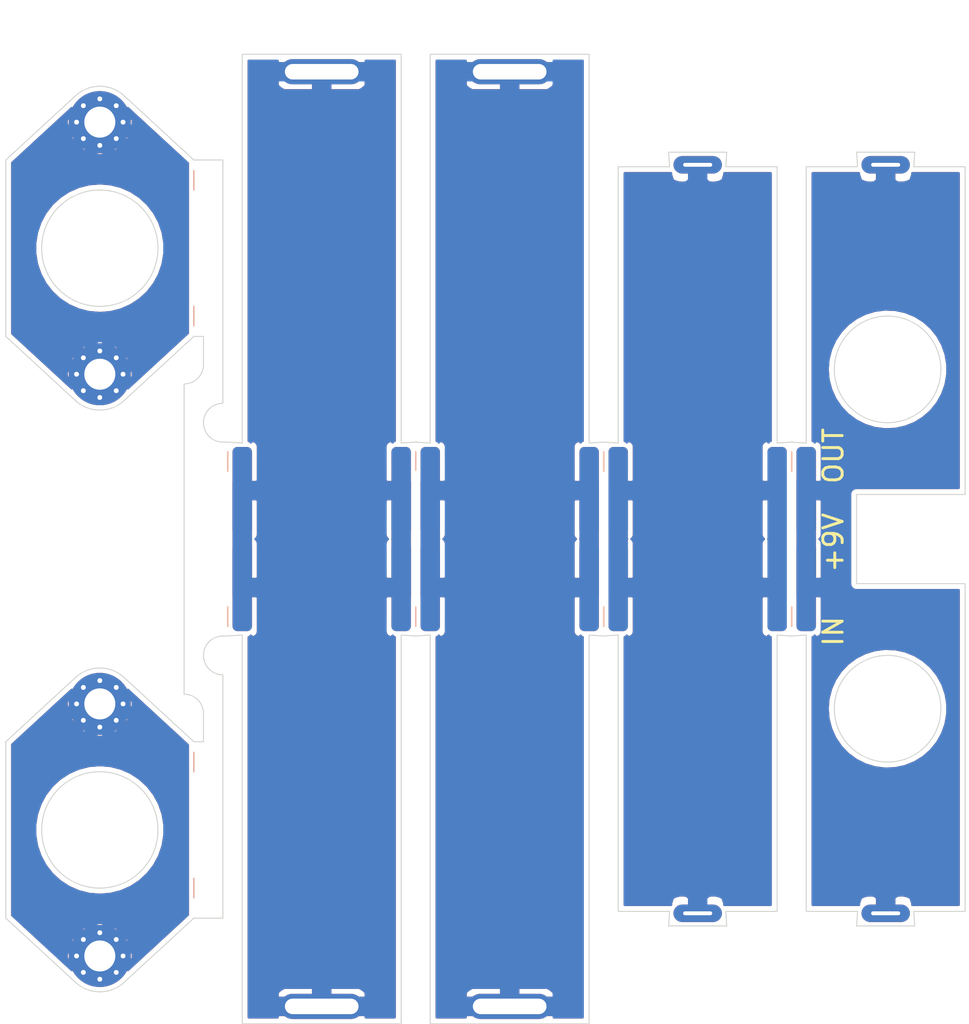
<source format=kicad_pcb>
(kicad_pcb (version 20171130) (host pcbnew "(5.1.6)-1")

  (general
    (thickness 1.6)
    (drawings 148)
    (tracks 0)
    (zones 0)
    (modules 40)
    (nets 2)
  )

  (page A4)
  (layers
    (0 F.Cu signal)
    (31 B.Cu signal)
    (32 B.Adhes user)
    (33 F.Adhes user)
    (34 B.Paste user)
    (35 F.Paste user)
    (36 B.SilkS user)
    (37 F.SilkS user)
    (38 B.Mask user)
    (39 F.Mask user)
    (40 Dwgs.User user)
    (41 Cmts.User user)
    (42 Eco1.User user)
    (43 Eco2.User user)
    (44 Edge.Cuts user)
    (45 Margin user)
    (46 B.CrtYd user)
    (47 F.CrtYd user hide)
    (48 B.Fab user)
    (49 F.Fab user)
  )

  (setup
    (last_trace_width 0.25)
    (user_trace_width 0.3)
    (user_trace_width 0.4)
    (user_trace_width 0.5)
    (user_trace_width 0.75)
    (user_trace_width 1)
    (user_trace_width 2)
    (user_trace_width 3)
    (trace_clearance 0.2)
    (zone_clearance 0.5)
    (zone_45_only no)
    (trace_min 0.2)
    (via_size 0.8)
    (via_drill 0.4)
    (via_min_size 0.4)
    (via_min_drill 0.3)
    (uvia_size 0.3)
    (uvia_drill 0.1)
    (uvias_allowed no)
    (uvia_min_size 0.2)
    (uvia_min_drill 0.1)
    (edge_width 0.1)
    (segment_width 0.2)
    (pcb_text_width 0.3)
    (pcb_text_size 1.5 1.5)
    (mod_edge_width 0.15)
    (mod_text_size 1 1)
    (mod_text_width 0.15)
    (pad_size 1.8 5)
    (pad_drill 0.4)
    (pad_to_mask_clearance 0.05)
    (aux_axis_origin 99 66.4)
    (grid_origin 99 66.4)
    (visible_elements 7FFFFFFF)
    (pcbplotparams
      (layerselection 0x010f0_ffffffff)
      (usegerberextensions true)
      (usegerberattributes false)
      (usegerberadvancedattributes false)
      (creategerberjobfile false)
      (excludeedgelayer true)
      (linewidth 0.100000)
      (plotframeref false)
      (viasonmask false)
      (mode 1)
      (useauxorigin true)
      (hpglpennumber 1)
      (hpglpenspeed 20)
      (hpglpendiameter 15.000000)
      (psnegative false)
      (psa4output false)
      (plotreference true)
      (plotvalue true)
      (plotinvisibletext false)
      (padsonsilk false)
      (subtractmaskfromsilk true)
      (outputformat 1)
      (mirror false)
      (drillshape 0)
      (scaleselection 1)
      (outputdirectory "rat_side/"))
  )

  (net 0 "")
  (net 1 GND)

  (net_class Default "これはデフォルトのネット クラスです。"
    (clearance 0.2)
    (trace_width 0.25)
    (via_dia 0.8)
    (via_drill 0.4)
    (uvia_dia 0.3)
    (uvia_drill 0.1)
    (add_net GND)
  )

  (module myFoot:my_TestPoint_2mm (layer B.Cu) (tedit 5F7EB27D) (tstamp 5FBF2984)
    (at 157.2 111.4)
    (descr "SMD pad as test Point, diameter 2.0mm")
    (tags "test point SMD pad")
    (attr virtual)
    (fp_text reference * (at 0 1.998) (layer B.SilkS) hide
      (effects (font (size 0.67 0.67) (thickness 0.127)) (justify mirror))
    )
    (fp_text value t (at 0 -2.05) (layer B.SilkS) hide
      (effects (font (size 0.67 0.67) (thickness 0.127)) (justify mirror))
    )
    (fp_circle (center 0 0) (end 1.5 0) (layer B.CrtYd) (width 0.05))
    (pad 1 smd roundrect (at 0 0) (size 2 9) (layers B.Cu B.Mask) (roundrect_rratio 0.25)
      (net 1 GND))
  )

  (module myFoot:my_TestPoint_2mm (layer B.Cu) (tedit 5F7EB27D) (tstamp 5FBF297A)
    (at 154.2 111.4)
    (descr "SMD pad as test Point, diameter 2.0mm")
    (tags "test point SMD pad")
    (attr virtual)
    (fp_text reference * (at 0 1.998) (layer B.SilkS) hide
      (effects (font (size 0.67 0.67) (thickness 0.127)) (justify mirror))
    )
    (fp_text value t (at 0 -2.05) (layer B.SilkS) hide
      (effects (font (size 0.67 0.67) (thickness 0.127)) (justify mirror))
    )
    (fp_circle (center 0 0) (end 1.5 0) (layer B.CrtYd) (width 0.05))
    (pad 1 smd roundrect (at 0 0) (size 2 9) (layers B.Cu B.Mask) (roundrect_rratio 0.25)
      (net 1 GND))
  )

  (module myFoot:my_TestPoint_2mm (layer B.Cu) (tedit 5F7EB27D) (tstamp 5FBF2970)
    (at 157.2 121.4)
    (descr "SMD pad as test Point, diameter 2.0mm")
    (tags "test point SMD pad")
    (attr virtual)
    (fp_text reference * (at 0 1.998) (layer B.SilkS) hide
      (effects (font (size 0.67 0.67) (thickness 0.127)) (justify mirror))
    )
    (fp_text value t (at 0 -2.05) (layer B.SilkS) hide
      (effects (font (size 0.67 0.67) (thickness 0.127)) (justify mirror))
    )
    (fp_circle (center 0 0) (end 1.5 0) (layer B.CrtYd) (width 0.05))
    (pad 1 smd roundrect (at 0 0) (size 2 9) (layers B.Cu B.Mask) (roundrect_rratio 0.25)
      (net 1 GND))
  )

  (module myFoot:my_TestPoint_2mm (layer B.Cu) (tedit 5F7EB27D) (tstamp 5FBF2966)
    (at 154.2 121.4)
    (descr "SMD pad as test Point, diameter 2.0mm")
    (tags "test point SMD pad")
    (attr virtual)
    (fp_text reference * (at 0 1.998) (layer B.SilkS) hide
      (effects (font (size 0.67 0.67) (thickness 0.127)) (justify mirror))
    )
    (fp_text value t (at 0 -2.05) (layer B.SilkS) hide
      (effects (font (size 0.67 0.67) (thickness 0.127)) (justify mirror))
    )
    (fp_circle (center 0 0) (end 1.5 0) (layer B.CrtYd) (width 0.05))
    (pad 1 smd roundrect (at 0 0) (size 2 9) (layers B.Cu B.Mask) (roundrect_rratio 0.25)
      (net 1 GND))
  )

  (module myFoot:my_TestPoint_2mm (layer B.Cu) (tedit 5F7EB27D) (tstamp 5FBF295C)
    (at 137.8 121.4)
    (descr "SMD pad as test Point, diameter 2.0mm")
    (tags "test point SMD pad")
    (attr virtual)
    (fp_text reference * (at 0 1.998) (layer B.SilkS) hide
      (effects (font (size 0.67 0.67) (thickness 0.127)) (justify mirror))
    )
    (fp_text value t (at 0 -2.05) (layer B.SilkS) hide
      (effects (font (size 0.67 0.67) (thickness 0.127)) (justify mirror))
    )
    (fp_circle (center 0 0) (end 1.5 0) (layer B.CrtYd) (width 0.05))
    (pad 1 smd roundrect (at 0 0) (size 2 9) (layers B.Cu B.Mask) (roundrect_rratio 0.25)
      (net 1 GND))
  )

  (module myFoot:my_TestPoint_2mm (layer B.Cu) (tedit 5F7EB27D) (tstamp 5FBF2952)
    (at 134.8 121.4)
    (descr "SMD pad as test Point, diameter 2.0mm")
    (tags "test point SMD pad")
    (attr virtual)
    (fp_text reference * (at 0 1.998) (layer B.SilkS) hide
      (effects (font (size 0.67 0.67) (thickness 0.127)) (justify mirror))
    )
    (fp_text value t (at 0 -2.05) (layer B.SilkS) hide
      (effects (font (size 0.67 0.67) (thickness 0.127)) (justify mirror))
    )
    (fp_circle (center 0 0) (end 1.5 0) (layer B.CrtYd) (width 0.05))
    (pad 1 smd roundrect (at 0 0) (size 2 9) (layers B.Cu B.Mask) (roundrect_rratio 0.25)
      (net 1 GND))
  )

  (module myFoot:my_TestPoint_2mm (layer B.Cu) (tedit 5F7EB27D) (tstamp 5FBF2948)
    (at 137.8 111.4)
    (descr "SMD pad as test Point, diameter 2.0mm")
    (tags "test point SMD pad")
    (attr virtual)
    (fp_text reference * (at 0 1.998) (layer B.SilkS) hide
      (effects (font (size 0.67 0.67) (thickness 0.127)) (justify mirror))
    )
    (fp_text value t (at 0 -2.05) (layer B.SilkS) hide
      (effects (font (size 0.67 0.67) (thickness 0.127)) (justify mirror))
    )
    (fp_circle (center 0 0) (end 1.5 0) (layer B.CrtYd) (width 0.05))
    (pad 1 smd roundrect (at 0 0) (size 2 9) (layers B.Cu B.Mask) (roundrect_rratio 0.25)
      (net 1 GND))
  )

  (module myFoot:my_TestPoint_2mm (layer B.Cu) (tedit 5F7EB27D) (tstamp 5FBF293E)
    (at 134.8 111.4)
    (descr "SMD pad as test Point, diameter 2.0mm")
    (tags "test point SMD pad")
    (attr virtual)
    (fp_text reference * (at 0 1.998) (layer B.SilkS) hide
      (effects (font (size 0.67 0.67) (thickness 0.127)) (justify mirror))
    )
    (fp_text value t (at 0 -2.05) (layer B.SilkS) hide
      (effects (font (size 0.67 0.67) (thickness 0.127)) (justify mirror))
    )
    (fp_circle (center 0 0) (end 1.5 0) (layer B.CrtYd) (width 0.05))
    (pad 1 smd roundrect (at 0 0) (size 2 9) (layers B.Cu B.Mask) (roundrect_rratio 0.25)
      (net 1 GND))
  )

  (module myFoot:my_TestPoint_2mm (layer B.Cu) (tedit 5F7EB27D) (tstamp 5FBF2934)
    (at 115.4 111.4)
    (descr "SMD pad as test Point, diameter 2.0mm")
    (tags "test point SMD pad")
    (attr virtual)
    (fp_text reference * (at 0 1.998) (layer B.SilkS) hide
      (effects (font (size 0.67 0.67) (thickness 0.127)) (justify mirror))
    )
    (fp_text value t (at 0 -2.05) (layer B.SilkS) hide
      (effects (font (size 0.67 0.67) (thickness 0.127)) (justify mirror))
    )
    (fp_circle (center 0 0) (end 1.5 0) (layer B.CrtYd) (width 0.05))
    (pad 1 smd roundrect (at 0 0) (size 2 9) (layers B.Cu B.Mask) (roundrect_rratio 0.25)
      (net 1 GND))
  )

  (module myFoot:my_TestPoint_2mm (layer B.Cu) (tedit 5F7EB27D) (tstamp 5FBF292A)
    (at 118.4 111.4)
    (descr "SMD pad as test Point, diameter 2.0mm")
    (tags "test point SMD pad")
    (attr virtual)
    (fp_text reference * (at 0 1.998) (layer B.SilkS) hide
      (effects (font (size 0.67 0.67) (thickness 0.127)) (justify mirror))
    )
    (fp_text value t (at 0 -2.05) (layer B.SilkS) hide
      (effects (font (size 0.67 0.67) (thickness 0.127)) (justify mirror))
    )
    (fp_circle (center 0 0) (end 1.5 0) (layer B.CrtYd) (width 0.05))
    (pad 1 smd roundrect (at 0 0) (size 2 9) (layers B.Cu B.Mask) (roundrect_rratio 0.25)
      (net 1 GND))
  )

  (module myFoot:my_TestPoint_2mm (layer B.Cu) (tedit 5F7EB27D) (tstamp 5FBF2920)
    (at 118.4 121.4)
    (descr "SMD pad as test Point, diameter 2.0mm")
    (tags "test point SMD pad")
    (attr virtual)
    (fp_text reference * (at 0 1.998) (layer B.SilkS) hide
      (effects (font (size 0.67 0.67) (thickness 0.127)) (justify mirror))
    )
    (fp_text value t (at 0 -2.05) (layer B.SilkS) hide
      (effects (font (size 0.67 0.67) (thickness 0.127)) (justify mirror))
    )
    (fp_circle (center 0 0) (end 1.5 0) (layer B.CrtYd) (width 0.05))
    (pad 1 smd roundrect (at 0 0) (size 2 9) (layers B.Cu B.Mask) (roundrect_rratio 0.25)
      (net 1 GND))
  )

  (module myFoot:my_TestPoint_2mm (layer B.Cu) (tedit 5F7EB27D) (tstamp 5FBF2916)
    (at 115.4 121.4)
    (descr "SMD pad as test Point, diameter 2.0mm")
    (tags "test point SMD pad")
    (attr virtual)
    (fp_text reference * (at 0 1.998) (layer B.SilkS) hide
      (effects (font (size 0.67 0.67) (thickness 0.127)) (justify mirror))
    )
    (fp_text value t (at 0 -2.05) (layer B.SilkS) hide
      (effects (font (size 0.67 0.67) (thickness 0.127)) (justify mirror))
    )
    (fp_circle (center 0 0) (end 1.5 0) (layer B.CrtYd) (width 0.05))
    (pad 1 smd roundrect (at 0 0) (size 2 9) (layers B.Cu B.Mask) (roundrect_rratio 0.25)
      (net 1 GND))
  )

  (module myFoot:my_TestPoint_2mm (layer B.Cu) (tedit 5F7EB27D) (tstamp 5FBF290C)
    (at 99 121.4)
    (descr "SMD pad as test Point, diameter 2.0mm")
    (tags "test point SMD pad")
    (attr virtual)
    (fp_text reference * (at 0 1.998) (layer B.SilkS) hide
      (effects (font (size 0.67 0.67) (thickness 0.127)) (justify mirror))
    )
    (fp_text value t (at 0 -2.05) (layer B.SilkS) hide
      (effects (font (size 0.67 0.67) (thickness 0.127)) (justify mirror))
    )
    (fp_circle (center 0 0) (end 1.5 0) (layer B.CrtYd) (width 0.05))
    (pad 1 smd roundrect (at 0 0) (size 2 9) (layers B.Cu B.Mask) (roundrect_rratio 0.25)
      (net 1 GND))
  )

  (module myFoot:my_TestPoint_2mm (layer B.Cu) (tedit 5F7EB27D) (tstamp 5FBF28FD)
    (at 99 111.4)
    (descr "SMD pad as test Point, diameter 2.0mm")
    (tags "test point SMD pad")
    (attr virtual)
    (fp_text reference * (at 0 1.998) (layer B.SilkS) hide
      (effects (font (size 0.67 0.67) (thickness 0.127)) (justify mirror))
    )
    (fp_text value t (at 0 -2.05) (layer B.SilkS) hide
      (effects (font (size 0.67 0.67) (thickness 0.127)) (justify mirror))
    )
    (fp_circle (center 0 0) (end 1.5 0) (layer B.CrtYd) (width 0.05))
    (pad 1 smd roundrect (at 0 0) (size 2 9) (layers B.Cu B.Mask) (roundrect_rratio 0.25)
      (net 1 GND))
  )

  (module myFoot:my_SmallPad_0-8mmDrill (layer F.Cu) (tedit 5F7EB599) (tstamp 5F7EB709)
    (at 165.4 155 270)
    (fp_text reference * (at 0 -2.54 270) (layer F.SilkS) hide
      (effects (font (size 0.67 0.67) (thickness 0.127)))
    )
    (fp_text value s (at 0 2.54 270) (layer F.SilkS) hide
      (effects (font (size 0.67 0.67) (thickness 0.127)))
    )
    (pad 1 thru_hole oval (at 0 0 270) (size 1.8 5) (drill oval 0.4 3) (layers *.Cu *.Mask)
      (net 1 GND))
  )

  (module myFoot:my_SmallPad_0-8mmDrill (layer F.Cu) (tedit 5F7EB599) (tstamp 5F7EB5DB)
    (at 165.4 77.8 270)
    (fp_text reference * (at 0 -2.54 270) (layer F.SilkS) hide
      (effects (font (size 0.67 0.67) (thickness 0.127)))
    )
    (fp_text value s (at 0 2.54 270) (layer F.SilkS) hide
      (effects (font (size 0.67 0.67) (thickness 0.127)))
    )
    (pad 1 thru_hole oval (at 0 0 270) (size 1.8 5) (drill oval 0.4 3) (layers *.Cu *.Mask)
      (net 1 GND))
  )

  (module myFoot:my_SmallPad_0-8mmDrill (layer F.Cu) (tedit 5F7EB599) (tstamp 5F7EB5D1)
    (at 146 155 270)
    (fp_text reference * (at 0 -2.54 270) (layer F.SilkS) hide
      (effects (font (size 0.67 0.67) (thickness 0.127)))
    )
    (fp_text value s (at 0 2.54 270) (layer F.SilkS) hide
      (effects (font (size 0.67 0.67) (thickness 0.127)))
    )
    (pad 1 thru_hole oval (at 0 0 270) (size 1.8 5) (drill oval 0.4 3) (layers *.Cu *.Mask)
      (net 1 GND))
  )

  (module myFoot:my_TestPoint_2mm (layer F.Cu) (tedit 5F7EB27D) (tstamp 5F7ED4C8)
    (at 99 111.4)
    (descr "SMD pad as test Point, diameter 2.0mm")
    (tags "test point SMD pad")
    (attr virtual)
    (fp_text reference * (at 0 -1.998) (layer F.SilkS) hide
      (effects (font (size 0.67 0.67) (thickness 0.127)))
    )
    (fp_text value t (at 0 2.05) (layer F.SilkS) hide
      (effects (font (size 0.67 0.67) (thickness 0.127)))
    )
    (fp_circle (center 0 0) (end 1.5 0) (layer F.CrtYd) (width 0.05))
    (pad 1 smd roundrect (at 0 0) (size 2 9) (layers F.Cu F.Mask) (roundrect_rratio 0.25)
      (net 1 GND))
  )

  (module myFoot:my_TestPoint_2mm (layer F.Cu) (tedit 5F7EB291) (tstamp 5F7ED4C3)
    (at 99 121.4)
    (descr "SMD pad as test Point, diameter 2.0mm")
    (tags "test point SMD pad")
    (attr virtual)
    (fp_text reference * (at 0 -1.998) (layer F.SilkS) hide
      (effects (font (size 0.67 0.67) (thickness 0.127)))
    )
    (fp_text value t (at 0 2.05) (layer F.SilkS) hide
      (effects (font (size 0.67 0.67) (thickness 0.127)))
    )
    (fp_circle (center 0 0) (end 1.5 0) (layer F.CrtYd) (width 0.05))
    (pad 1 smd roundrect (at 0 0) (size 2 9) (layers F.Cu F.Mask) (roundrect_rratio 0.25)
      (net 1 GND))
  )

  (module myFoot:my_TestPoint_2mm (layer F.Cu) (tedit 5F7EB297) (tstamp 5F7ED4B4)
    (at 115.4 121.4)
    (descr "SMD pad as test Point, diameter 2.0mm")
    (tags "test point SMD pad")
    (attr virtual)
    (fp_text reference * (at 0 -1.998) (layer F.SilkS) hide
      (effects (font (size 0.67 0.67) (thickness 0.127)))
    )
    (fp_text value t (at 0 2.05) (layer F.SilkS) hide
      (effects (font (size 0.67 0.67) (thickness 0.127)))
    )
    (fp_circle (center 0 0) (end 1.5 0) (layer F.CrtYd) (width 0.05))
    (pad 1 smd roundrect (at 0 0) (size 2 9) (layers F.Cu F.Mask) (roundrect_rratio 0.25)
      (net 1 GND))
  )

  (module myFoot:my_TestPoint_2mm (layer F.Cu) (tedit 5F7EB29D) (tstamp 5F7ED4AF)
    (at 115.4 111.4)
    (descr "SMD pad as test Point, diameter 2.0mm")
    (tags "test point SMD pad")
    (attr virtual)
    (fp_text reference * (at 0 -1.998) (layer F.SilkS) hide
      (effects (font (size 0.67 0.67) (thickness 0.127)))
    )
    (fp_text value t (at 0 2.05) (layer F.SilkS) hide
      (effects (font (size 0.67 0.67) (thickness 0.127)))
    )
    (fp_circle (center 0 0) (end 1.5 0) (layer F.CrtYd) (width 0.05))
    (pad 1 smd roundrect (at 0 0) (size 2 9) (layers F.Cu F.Mask) (roundrect_rratio 0.25)
      (net 1 GND))
  )

  (module myFoot:my_TestPoint_2mm (layer F.Cu) (tedit 5F7EB2A2) (tstamp 5F7ED4A0)
    (at 118.4 111.4)
    (descr "SMD pad as test Point, diameter 2.0mm")
    (tags "test point SMD pad")
    (attr virtual)
    (fp_text reference * (at 0 -1.998) (layer F.SilkS) hide
      (effects (font (size 0.67 0.67) (thickness 0.127)))
    )
    (fp_text value t (at 0 2.05) (layer F.SilkS) hide
      (effects (font (size 0.67 0.67) (thickness 0.127)))
    )
    (fp_circle (center 0 0) (end 1.5 0) (layer F.CrtYd) (width 0.05))
    (pad 1 smd roundrect (at 0 0) (size 2 9) (layers F.Cu F.Mask) (roundrect_rratio 0.25)
      (net 1 GND))
  )

  (module myFoot:my_TestPoint_2mm (layer F.Cu) (tedit 5F7EB2A7) (tstamp 5F7ED49B)
    (at 118.4 121.4)
    (descr "SMD pad as test Point, diameter 2.0mm")
    (tags "test point SMD pad")
    (attr virtual)
    (fp_text reference * (at 0 -1.998) (layer F.SilkS) hide
      (effects (font (size 0.67 0.67) (thickness 0.127)))
    )
    (fp_text value t (at 0 2.05) (layer F.SilkS) hide
      (effects (font (size 0.67 0.67) (thickness 0.127)))
    )
    (fp_circle (center 0 0) (end 1.5 0) (layer F.CrtYd) (width 0.05))
    (pad 1 smd roundrect (at 0 0) (size 2 9) (layers F.Cu F.Mask) (roundrect_rratio 0.25)
      (net 1 GND))
  )

  (module myFoot:my_TestPoint_2mm (layer F.Cu) (tedit 5F7EB2AC) (tstamp 5F7ED48C)
    (at 134.8 111.4)
    (descr "SMD pad as test Point, diameter 2.0mm")
    (tags "test point SMD pad")
    (attr virtual)
    (fp_text reference * (at 0 -1.998) (layer F.SilkS) hide
      (effects (font (size 0.67 0.67) (thickness 0.127)))
    )
    (fp_text value t (at 0 2.05) (layer F.SilkS) hide
      (effects (font (size 0.67 0.67) (thickness 0.127)))
    )
    (fp_circle (center 0 0) (end 1.5 0) (layer F.CrtYd) (width 0.05))
    (pad 1 smd roundrect (at 0 0) (size 2 9) (layers F.Cu F.Mask) (roundrect_rratio 0.25)
      (net 1 GND))
  )

  (module myFoot:my_TestPoint_2mm (layer F.Cu) (tedit 5F7EB2B0) (tstamp 5F7ED487)
    (at 134.8 121.4)
    (descr "SMD pad as test Point, diameter 2.0mm")
    (tags "test point SMD pad")
    (attr virtual)
    (fp_text reference * (at 0 -1.998) (layer F.SilkS) hide
      (effects (font (size 0.67 0.67) (thickness 0.127)))
    )
    (fp_text value t (at 0 2.05) (layer F.SilkS) hide
      (effects (font (size 0.67 0.67) (thickness 0.127)))
    )
    (fp_circle (center 0 0) (end 1.5 0) (layer F.CrtYd) (width 0.05))
    (pad 1 smd roundrect (at 0 0) (size 2 9) (layers F.Cu F.Mask) (roundrect_rratio 0.25)
      (net 1 GND))
  )

  (module myFoot:my_TestPoint_2mm (layer F.Cu) (tedit 5F7EB2D4) (tstamp 5F7ED478)
    (at 157.2 111.4)
    (descr "SMD pad as test Point, diameter 2.0mm")
    (tags "test point SMD pad")
    (attr virtual)
    (fp_text reference * (at 0 -1.998) (layer F.SilkS) hide
      (effects (font (size 0.67 0.67) (thickness 0.127)))
    )
    (fp_text value t (at 0 2.05) (layer F.SilkS) hide
      (effects (font (size 0.67 0.67) (thickness 0.127)))
    )
    (fp_circle (center 0 0) (end 1.5 0) (layer F.CrtYd) (width 0.05))
    (pad 1 smd roundrect (at 0 0) (size 2 9) (layers F.Cu F.Mask) (roundrect_rratio 0.25)
      (net 1 GND))
  )

  (module myFoot:my_TestPoint_2mm (layer F.Cu) (tedit 5F7EB2CE) (tstamp 5F7ED473)
    (at 157.2 121.4)
    (descr "SMD pad as test Point, diameter 2.0mm")
    (tags "test point SMD pad")
    (attr virtual)
    (fp_text reference * (at 0 -1.998) (layer F.SilkS) hide
      (effects (font (size 0.67 0.67) (thickness 0.127)))
    )
    (fp_text value t (at 0 2.05) (layer F.SilkS) hide
      (effects (font (size 0.67 0.67) (thickness 0.127)))
    )
    (fp_circle (center 0 0) (end 1.5 0) (layer F.CrtYd) (width 0.05))
    (pad 1 smd roundrect (at 0 0) (size 2 9) (layers F.Cu F.Mask) (roundrect_rratio 0.25)
      (net 1 GND))
  )

  (module myFoot:my_TestPoint_2mm (layer F.Cu) (tedit 5F7EB2C8) (tstamp 5F7ED462)
    (at 154.2 121.4)
    (descr "SMD pad as test Point, diameter 2.0mm")
    (tags "test point SMD pad")
    (attr virtual)
    (fp_text reference * (at 0 -1.998) (layer F.SilkS) hide
      (effects (font (size 0.67 0.67) (thickness 0.127)))
    )
    (fp_text value t (at 0 2.05) (layer F.SilkS) hide
      (effects (font (size 0.67 0.67) (thickness 0.127)))
    )
    (fp_circle (center 0 0) (end 1.5 0) (layer F.CrtYd) (width 0.05))
    (pad 1 smd roundrect (at 0 0) (size 2 9) (layers F.Cu F.Mask) (roundrect_rratio 0.25)
      (net 1 GND))
  )

  (module myFoot:my_TestPoint_2mm (layer F.Cu) (tedit 5F7EB2C3) (tstamp 5F7ED45D)
    (at 154.2 111.4)
    (descr "SMD pad as test Point, diameter 2.0mm")
    (tags "test point SMD pad")
    (attr virtual)
    (fp_text reference * (at 0 -1.998) (layer F.SilkS) hide
      (effects (font (size 0.67 0.67) (thickness 0.127)))
    )
    (fp_text value t (at 0 2.05) (layer F.SilkS) hide
      (effects (font (size 0.67 0.67) (thickness 0.127)))
    )
    (fp_circle (center 0 0) (end 1.5 0) (layer F.CrtYd) (width 0.05))
    (pad 1 smd roundrect (at 0 0) (size 2 9) (layers F.Cu F.Mask) (roundrect_rratio 0.25)
      (net 1 GND))
  )

  (module myFoot:my_TestPoint_2mm (layer F.Cu) (tedit 5F7EB2BC) (tstamp 5F7ED32D)
    (at 137.8 111.4)
    (descr "SMD pad as test Point, diameter 2.0mm")
    (tags "test point SMD pad")
    (attr virtual)
    (fp_text reference * (at 0 -1.998) (layer F.SilkS) hide
      (effects (font (size 0.67 0.67) (thickness 0.127)))
    )
    (fp_text value t (at 0 2.05) (layer F.SilkS) hide
      (effects (font (size 0.67 0.67) (thickness 0.127)))
    )
    (fp_circle (center 0 0) (end 1.5 0) (layer F.CrtYd) (width 0.05))
    (pad 1 smd roundrect (at 0 0) (size 2 9) (layers F.Cu F.Mask) (roundrect_rratio 0.25)
      (net 1 GND))
  )

  (module myFoot:my_TestPoint_2mm (layer F.Cu) (tedit 5F7EB2B7) (tstamp 5F7ED2FB)
    (at 137.8 121.4)
    (descr "SMD pad as test Point, diameter 2.0mm")
    (tags "test point SMD pad")
    (attr virtual)
    (fp_text reference * (at 0 -1.998) (layer F.SilkS) hide
      (effects (font (size 0.67 0.67) (thickness 0.127)))
    )
    (fp_text value t (at 0 2.05) (layer F.SilkS) hide
      (effects (font (size 0.67 0.67) (thickness 0.127)))
    )
    (fp_circle (center 0 0) (end 1.5 0) (layer F.CrtYd) (width 0.05))
    (pad 1 smd roundrect (at 0 0) (size 2 9) (layers F.Cu F.Mask) (roundrect_rratio 0.25)
      (net 1 GND))
  )

  (module myFoot:my_SmallPad_0-8mmDrill (layer F.Cu) (tedit 5F7EB599) (tstamp 5F7ECECF)
    (at 146 77.8 270)
    (fp_text reference * (at 0 -2.54 270) (layer F.SilkS) hide
      (effects (font (size 0.67 0.67) (thickness 0.127)))
    )
    (fp_text value s (at 0 2.54 270) (layer F.SilkS) hide
      (effects (font (size 0.67 0.67) (thickness 0.127)))
    )
    (pad 1 thru_hole oval (at 0 0 270) (size 1.8 5) (drill oval 0.4 3) (layers *.Cu *.Mask)
      (net 1 GND))
  )

  (module MountingHole:MountingHole_3.2mm_M3_Pad_Via (layer F.Cu) (tedit 5F7E67FD) (tstamp 5F7E6534)
    (at 84.3 159.4)
    (descr "Mounting Hole 3.2mm, M3")
    (tags "mounting hole 3.2mm m3")
    (attr virtual)
    (fp_text reference * (at 0 -4.2) (layer F.SilkS) hide
      (effects (font (size 1 1) (thickness 0.15)))
    )
    (fp_text value M (at 0 4.2) (layer F.Fab) hide
      (effects (font (size 1 1) (thickness 0.15)))
    )
    (fp_circle (center 0 0) (end 3.2 0) (layer Cmts.User) (width 0.15))
    (fp_circle (center 0 0) (end 3.45 0) (layer F.CrtYd) (width 0.05))
    (fp_text user %R (at 0.3 0) (layer F.Fab) hide
      (effects (font (size 1 1) (thickness 0.15)))
    )
    (pad 1 thru_hole circle (at 0 0) (size 6.4 6.4) (drill 3.2) (layers *.Cu *.Mask)
      (net 1 GND) (zone_connect 2))
    (pad 1 thru_hole circle (at 2.4 0) (size 0.8 0.8) (drill 0.5) (layers *.Cu *.Mask)
      (net 1 GND))
    (pad 1 thru_hole circle (at 1.697056 1.697056) (size 0.8 0.8) (drill 0.5) (layers *.Cu *.Mask)
      (net 1 GND))
    (pad 1 thru_hole circle (at 0 2.4) (size 0.8 0.8) (drill 0.5) (layers *.Cu *.Mask)
      (net 1 GND))
    (pad 1 thru_hole circle (at -1.697056 1.697056) (size 0.8 0.8) (drill 0.5) (layers *.Cu *.Mask)
      (net 1 GND))
    (pad 1 thru_hole circle (at -2.4 0) (size 0.8 0.8) (drill 0.5) (layers *.Cu *.Mask)
      (net 1 GND))
    (pad 1 thru_hole circle (at -1.697056 -1.697056) (size 0.8 0.8) (drill 0.5) (layers *.Cu *.Mask)
      (net 1 GND))
    (pad 1 thru_hole circle (at 0 -2.4) (size 0.8 0.8) (drill 0.5) (layers *.Cu *.Mask)
      (net 1 GND))
    (pad 1 thru_hole circle (at 1.697056 -1.697056) (size 0.8 0.8) (drill 0.5) (layers *.Cu *.Mask)
      (net 1 GND))
  )

  (module MountingHole:MountingHole_3.2mm_M3_Pad_Via (layer F.Cu) (tedit 5F7E6804) (tstamp 5F7E6525)
    (at 84.3 133.4)
    (descr "Mounting Hole 3.2mm, M3")
    (tags "mounting hole 3.2mm m3")
    (attr virtual)
    (fp_text reference * (at 0 -4.2) (layer F.SilkS) hide
      (effects (font (size 1 1) (thickness 0.15)))
    )
    (fp_text value M (at 0 4.2) (layer F.Fab) hide
      (effects (font (size 1 1) (thickness 0.15)))
    )
    (fp_circle (center 0 0) (end 3.45 0) (layer F.CrtYd) (width 0.05))
    (fp_circle (center 0 0) (end 3.2 0) (layer Cmts.User) (width 0.15))
    (fp_text user %R (at 0.3 0) (layer F.Fab) hide
      (effects (font (size 1 1) (thickness 0.15)))
    )
    (pad 1 thru_hole circle (at 1.697056 -1.697056) (size 0.8 0.8) (drill 0.5) (layers *.Cu *.Mask)
      (net 1 GND))
    (pad 1 thru_hole circle (at 0 -2.4) (size 0.8 0.8) (drill 0.5) (layers *.Cu *.Mask)
      (net 1 GND))
    (pad 1 thru_hole circle (at -1.697056 -1.697056) (size 0.8 0.8) (drill 0.5) (layers *.Cu *.Mask)
      (net 1 GND))
    (pad 1 thru_hole circle (at -2.4 0) (size 0.8 0.8) (drill 0.5) (layers *.Cu *.Mask)
      (net 1 GND))
    (pad 1 thru_hole circle (at -1.697056 1.697056) (size 0.8 0.8) (drill 0.5) (layers *.Cu *.Mask)
      (net 1 GND))
    (pad 1 thru_hole circle (at 0 2.4) (size 0.8 0.8) (drill 0.5) (layers *.Cu *.Mask)
      (net 1 GND))
    (pad 1 thru_hole circle (at 1.697056 1.697056) (size 0.8 0.8) (drill 0.5) (layers *.Cu *.Mask)
      (net 1 GND))
    (pad 1 thru_hole circle (at 2.4 0) (size 0.8 0.8) (drill 0.5) (layers *.Cu *.Mask)
      (net 1 GND))
    (pad 1 thru_hole circle (at 0 0) (size 6.4 6.4) (drill 3.2) (layers *.Cu *.Mask)
      (net 1 GND) (zone_connect 2))
  )

  (module MountingHole:MountingHole_3.2mm_M3_Pad_Via (layer F.Cu) (tedit 5F7E67EE) (tstamp 5F7E1B12)
    (at 84.3 73.4)
    (descr "Mounting Hole 3.2mm, M3")
    (tags "mounting hole 3.2mm m3")
    (attr virtual)
    (fp_text reference * (at 0 -4.2) (layer F.SilkS) hide
      (effects (font (size 1 1) (thickness 0.15)))
    )
    (fp_text value M (at 0 4.2) (layer F.Fab) hide
      (effects (font (size 1 1) (thickness 0.15)))
    )
    (fp_circle (center 0 0) (end 3.2 0) (layer Cmts.User) (width 0.15))
    (fp_circle (center 0 0) (end 3.45 0) (layer F.CrtYd) (width 0.05))
    (fp_text user %R (at 0.3 0) (layer F.Fab) hide
      (effects (font (size 1 1) (thickness 0.15)))
    )
    (pad 1 thru_hole circle (at 0 0) (size 6.4 6.4) (drill 3.2) (layers *.Cu *.Mask)
      (net 1 GND) (zone_connect 2))
    (pad 1 thru_hole circle (at 2.4 0) (size 0.8 0.8) (drill 0.5) (layers *.Cu *.Mask)
      (net 1 GND))
    (pad 1 thru_hole circle (at 1.697056 1.697056) (size 0.8 0.8) (drill 0.5) (layers *.Cu *.Mask)
      (net 1 GND))
    (pad 1 thru_hole circle (at 0 2.4) (size 0.8 0.8) (drill 0.5) (layers *.Cu *.Mask)
      (net 1 GND))
    (pad 1 thru_hole circle (at -1.697056 1.697056) (size 0.8 0.8) (drill 0.5) (layers *.Cu *.Mask)
      (net 1 GND))
    (pad 1 thru_hole circle (at -2.4 0) (size 0.8 0.8) (drill 0.5) (layers *.Cu *.Mask)
      (net 1 GND))
    (pad 1 thru_hole circle (at -1.697056 -1.697056) (size 0.8 0.8) (drill 0.5) (layers *.Cu *.Mask)
      (net 1 GND))
    (pad 1 thru_hole circle (at 0 -2.4) (size 0.8 0.8) (drill 0.5) (layers *.Cu *.Mask)
      (net 1 GND))
    (pad 1 thru_hole circle (at 1.697056 -1.697056) (size 0.8 0.8) (drill 0.5) (layers *.Cu *.Mask)
      (net 1 GND))
  )

  (module MountingHole:MountingHole_3.2mm_M3_Pad_Via (layer F.Cu) (tedit 5F7E67F5) (tstamp 5F7E1A28)
    (at 84.3 99.4)
    (descr "Mounting Hole 3.2mm, M3")
    (tags "mounting hole 3.2mm m3")
    (attr virtual)
    (fp_text reference * (at 0 -4.2) (layer F.SilkS) hide
      (effects (font (size 1 1) (thickness 0.15)))
    )
    (fp_text value M (at 0 4.2) (layer F.Fab) hide
      (effects (font (size 1 1) (thickness 0.15)))
    )
    (fp_circle (center 0 0) (end 3.45 0) (layer F.CrtYd) (width 0.05))
    (fp_circle (center 0 0) (end 3.2 0) (layer Cmts.User) (width 0.15))
    (fp_text user %R (at 0.3 0) (layer F.Fab) hide
      (effects (font (size 1 1) (thickness 0.15)))
    )
    (pad 1 thru_hole circle (at 1.697056 -1.697056) (size 0.8 0.8) (drill 0.5) (layers *.Cu *.Mask)
      (net 1 GND))
    (pad 1 thru_hole circle (at 0 -2.4) (size 0.8 0.8) (drill 0.5) (layers *.Cu *.Mask)
      (net 1 GND))
    (pad 1 thru_hole circle (at -1.697056 -1.697056) (size 0.8 0.8) (drill 0.5) (layers *.Cu *.Mask)
      (net 1 GND))
    (pad 1 thru_hole circle (at -2.4 0) (size 0.8 0.8) (drill 0.5) (layers *.Cu *.Mask)
      (net 1 GND))
    (pad 1 thru_hole circle (at -1.697056 1.697056) (size 0.8 0.8) (drill 0.5) (layers *.Cu *.Mask)
      (net 1 GND))
    (pad 1 thru_hole circle (at 0 2.4) (size 0.8 0.8) (drill 0.5) (layers *.Cu *.Mask)
      (net 1 GND))
    (pad 1 thru_hole circle (at 1.697056 1.697056) (size 0.8 0.8) (drill 0.5) (layers *.Cu *.Mask)
      (net 1 GND))
    (pad 1 thru_hole circle (at 2.4 0) (size 0.8 0.8) (drill 0.5) (layers *.Cu *.Mask)
      (net 1 GND))
    (pad 1 thru_hole circle (at 0 0) (size 6.4 6.4) (drill 3.2) (layers *.Cu *.Mask)
      (net 1 GND) (zone_connect 2))
  )

  (module myFoot:my_SmallPad_0-8mmDrill locked (layer F.Cu) (tedit 5F7C688C) (tstamp 5F7CC488)
    (at 107.2 164.6 270)
    (fp_text reference * (at 0 -2.54 270) (layer F.SilkS) hide
      (effects (font (size 0.67 0.67) (thickness 0.127)))
    )
    (fp_text value s (at 0 2.54 270) (layer F.SilkS) hide
      (effects (font (size 0.67 0.67) (thickness 0.127)))
    )
    (pad 1 thru_hole oval (at 0 0 270) (size 2.6 8.6) (drill oval 1.6 7.6) (layers *.Cu *.Mask)
      (net 1 GND))
  )

  (module myFoot:my_SmallPad_0-8mmDrill locked (layer F.Cu) (tedit 5F7C688C) (tstamp 5F7CC480)
    (at 126.6 164.6 270)
    (fp_text reference * (at 0 -2.54 270) (layer F.SilkS) hide
      (effects (font (size 0.67 0.67) (thickness 0.127)))
    )
    (fp_text value s (at 0 2.54 270) (layer F.SilkS) hide
      (effects (font (size 0.67 0.67) (thickness 0.127)))
    )
    (pad 1 thru_hole oval (at 0 0 270) (size 2.6 8.6) (drill oval 1.6 7.6) (layers *.Cu *.Mask)
      (net 1 GND))
  )

  (module myFoot:my_SmallPad_0-8mmDrill locked (layer F.Cu) (tedit 5F7C688C) (tstamp 5F7CC478)
    (at 126.6 68.2 270)
    (fp_text reference * (at 0 -2.54 270) (layer F.SilkS) hide
      (effects (font (size 0.67 0.67) (thickness 0.127)))
    )
    (fp_text value s (at 0 2.54 270) (layer F.SilkS) hide
      (effects (font (size 0.67 0.67) (thickness 0.127)))
    )
    (pad 1 thru_hole oval (at 0 0 270) (size 2.6 8.6) (drill oval 1.6 7.6) (layers *.Cu *.Mask)
      (net 1 GND))
  )

  (module myFoot:my_SmallPad_0-8mmDrill locked (layer F.Cu) (tedit 5F7C688C) (tstamp 5F7B13D8)
    (at 107.2 68.2 270)
    (fp_text reference * (at 0 -2.54 270) (layer F.SilkS) hide
      (effects (font (size 0.67 0.67) (thickness 0.127)))
    )
    (fp_text value s (at 0 2.54 270) (layer F.SilkS) hide
      (effects (font (size 0.67 0.67) (thickness 0.127)))
    )
    (pad 1 thru_hole oval (at 0 0 270) (size 2.6 8.6) (drill oval 1.6 7.6) (layers *.Cu *.Mask)
      (net 1 GND))
  )

  (gr_line (start 94 151.4) (end 94 153.4) (layer B.SilkS) (width 0.15))
  (gr_line (start 94 138.4) (end 94 140.4) (layer B.SilkS) (width 0.15))
  (gr_line (start 94 92.4) (end 94 94.4) (layer B.SilkS) (width 0.15))
  (gr_line (start 94 78.4) (end 94 80.4) (layer B.SilkS) (width 0.15))
  (gr_line (start 97.5 123.4) (end 97.5 125.4) (layer B.SilkS) (width 0.15))
  (gr_line (start 97.5 107.4) (end 97.5 109.4) (layer B.SilkS) (width 0.15))
  (gr_line (start 116.9 123.4) (end 116.9 125.4) (layer B.SilkS) (width 0.15))
  (gr_line (start 116.9 107.4) (end 116.9 109.3) (layer B.SilkS) (width 0.15))
  (gr_line (start 136.3 123.4) (end 136.3 125.4) (layer B.SilkS) (width 0.15))
  (gr_line (start 136.3 107.4) (end 136.3 109.4) (layer B.SilkS) (width 0.15))
  (gr_line (start 155.7 123.4) (end 155.7 125.4) (layer B.SilkS) (width 0.15))
  (gr_line (start 155.7 107.4) (end 155.7 109.4) (layer B.SilkS) (width 0.15))
  (gr_text "IN   +9V  OUT" (at 160 116.2 90) (layer F.SilkS)
    (effects (font (size 2 2) (thickness 0.3)))
  )
  (gr_circle (center 165.6 133.9) (end 157.6 134) (layer Dwgs.User) (width 0.15))
  (gr_circle (center 165.6 98.9) (end 157.6 98.9) (layer Dwgs.User) (width 0.15))
  (gr_line (start 94 153.4) (end 94 151.4) (layer F.SilkS) (width 0.15))
  (gr_line (start 94 138.4) (end 94 140.4) (layer F.SilkS) (width 0.15))
  (gr_line (start 94 78.4) (end 94 80.4) (layer F.SilkS) (width 0.15))
  (gr_line (start 94 94.4) (end 94 92.4) (layer F.SilkS) (width 0.15))
  (gr_line (start 97.5 107.4) (end 97.5 109.4) (layer F.SilkS) (width 0.15))
  (gr_line (start 97.5 125.4) (end 97.5 123.4) (layer F.SilkS) (width 0.15))
  (gr_line (start 97.5 126.4) (end 97 126.4) (layer Edge.Cuts) (width 0.1))
  (gr_arc (start 93 134.4) (end 95 134.4) (angle -90) (layer Edge.Cuts) (width 0.1))
  (gr_arc (start 97 128.4) (end 97 126.4) (angle -180) (layer Edge.Cuts) (width 0.1))
  (gr_arc (start 93 98.4) (end 93 100.4) (angle -90) (layer Edge.Cuts) (width 0.1))
  (gr_arc (start 97 104.4) (end 97 102.4) (angle -180) (layer Edge.Cuts) (width 0.1))
  (gr_line (start 94 77.3) (end 97 77.3) (layer Edge.Cuts) (width 0.1))
  (gr_line (start 94 95.5) (end 95 95.5) (layer Edge.Cuts) (width 0.1))
  (gr_line (start 97 102.4) (end 97 77.3) (layer Edge.Cuts) (width 0.1))
  (gr_line (start 95 98.4) (end 95 95.5) (layer Edge.Cuts) (width 0.1))
  (gr_line (start 93 100.4) (end 93 132.4) (layer Edge.Cuts) (width 0.1))
  (gr_line (start 97 155.5) (end 97 130.4) (layer Edge.Cuts) (width 0.1))
  (gr_line (start 94 155.5) (end 97 155.5) (layer Edge.Cuts) (width 0.1))
  (gr_line (start 95 137.3) (end 95 134.4) (layer Edge.Cuts) (width 0.1))
  (gr_line (start 94 137.3) (end 95 137.3) (layer Edge.Cuts) (width 0.1))
  (gr_circle (center 84.3 146.4) (end 78.3 146.4) (layer Dwgs.User) (width 0.15) (tstamp 5F7E6555))
  (gr_line (start 75.8 136.4) (end 92.8 136.4) (layer Dwgs.User) (width 0.15) (tstamp 5F7E6554))
  (gr_line (start 92.8 156.4) (end 75.8 156.4) (layer Dwgs.User) (width 0.15) (tstamp 5F7E6553))
  (gr_line (start 92.8 136.4) (end 92.8 156.4) (layer Dwgs.User) (width 0.15) (tstamp 5F7E6552))
  (gr_line (start 75.8 156.4) (end 75.8 136.4) (layer Dwgs.User) (width 0.15) (tstamp 5F7E6551))
  (gr_arc (start 84.3 159.4) (end 84.3 163.1) (angle -41.7602997) (layer Edge.Cuts) (width 0.1) (tstamp 5F7E6550))
  (gr_line (start 86.764257 130.64003) (end 94 137.3) (layer Edge.Cuts) (width 0.1) (tstamp 5F7E654F))
  (gr_arc (start 84.3 133.4) (end 84.3 129.7) (angle -41.7602997) (layer Edge.Cuts) (width 0.1) (tstamp 5F7E654E))
  (gr_line (start 81.835742 130.640031) (end 74.6 137.3) (layer Edge.Cuts) (width 0.1) (tstamp 5F7E654D))
  (gr_line (start 81.835743 162.15997) (end 74.6 155.5) (layer Edge.Cuts) (width 0.1) (tstamp 5F7E654B))
  (gr_circle (center 84.3 146.4) (end 78.3 146.3) (layer Edge.Cuts) (width 0.1) (tstamp 5F7E654A))
  (gr_arc (start 84.3 159.400002) (end 81.835743 162.15997) (angle -41.76029929) (layer Edge.Cuts) (width 0.1) (tstamp 5F7E6549))
  (gr_line (start 86.764258 162.159969) (end 94 155.5) (layer Edge.Cuts) (width 0.1) (tstamp 5F7E6548))
  (gr_circle (center 84.3 159.4) (end 80.6 159.4) (layer Dwgs.User) (width 0.15) (tstamp 5F7E6547))
  (gr_arc (start 84.3 133.399998) (end 86.764257 130.64003) (angle -41.76029929) (layer Edge.Cuts) (width 0.1) (tstamp 5F7E6546))
  (gr_line (start 74.6 155.5) (end 74.6 137.3) (layer Edge.Cuts) (width 0.1) (tstamp 5F7E6545))
  (gr_circle (center 84.3 133.4) (end 88 133.4) (layer Dwgs.User) (width 0.15) (tstamp 5F7E6544))
  (gr_line (start 92.8 156.4) (end 75.8 156.4) (layer Dwgs.User) (width 0.15) (tstamp 5F7E6543))
  (gr_line (start 97.5 106.4) (end 97 106.4) (layer Edge.Cuts) (width 0.1))
  (gr_line (start 155.7 125.4) (end 155.7 123.4) (layer F.SilkS) (width 0.15))
  (gr_line (start 155.7 107.4) (end 155.7 109.4) (layer F.SilkS) (width 0.15))
  (gr_line (start 136.3 107.4) (end 136.3 109.4) (layer F.SilkS) (width 0.15))
  (gr_line (start 136.3 125.4) (end 136.3 123.4) (layer F.SilkS) (width 0.15))
  (gr_line (start 116.9 125.4) (end 116.9 123.4) (layer F.SilkS) (width 0.15))
  (gr_line (start 116.9 107.4) (end 116.9 109.3) (layer F.SilkS) (width 0.15))
  (gr_line (start 74.6 95.5) (end 74.6 77.3) (layer Edge.Cuts) (width 0.1))
  (gr_line (start 81.835743 102.15997) (end 74.6 95.5) (layer Edge.Cuts) (width 0.1) (tstamp 5F7DC5F9))
  (gr_arc (start 84.3 99.400002) (end 81.835743 102.15997) (angle -41.76029929) (layer Edge.Cuts) (width 0.1) (tstamp 5F7DC5F8))
  (gr_line (start 86.764258 102.159969) (end 94 95.5) (layer Edge.Cuts) (width 0.1) (tstamp 5F7DC5F7))
  (gr_arc (start 84.3 99.4) (end 84.3 103.1) (angle -41.7602997) (layer Edge.Cuts) (width 0.1) (tstamp 5F7DC5F6))
  (gr_line (start 92.8 96.4) (end 75.8 96.4) (layer Dwgs.User) (width 0.15) (tstamp 5F7DC5F5))
  (gr_line (start 86.764257 70.64003) (end 94 77.3) (layer Edge.Cuts) (width 0.1) (tstamp 5F7E1B54))
  (gr_arc (start 84.3 73.399998) (end 86.764257 70.64003) (angle -41.76029929) (layer Edge.Cuts) (width 0.1))
  (gr_line (start 81.835742 70.640031) (end 74.6 77.3) (layer Edge.Cuts) (width 0.1) (tstamp 5F7E1B4B))
  (gr_arc (start 84.3 73.4) (end 84.3 69.7) (angle -41.7602997) (layer Edge.Cuts) (width 0.1))
  (gr_circle (center 84.3 86.4) (end 78.3 86.3) (layer Edge.Cuts) (width 0.1))
  (gr_circle (center 84.3 73.4) (end 88 73.4) (layer Dwgs.User) (width 0.15))
  (gr_circle (center 84.3 99.4) (end 80.6 99.4) (layer Dwgs.User) (width 0.15))
  (gr_line (start 118.4 66.4) (end 134.8 66.4) (layer Edge.Cuts) (width 0.1) (tstamp 5F7C6F73))
  (gr_circle (center 165.6 133.9) (end 160.1 133.9) (layer Edge.Cuts) (width 0.1))
  (gr_circle (center 165.6 98.9) (end 160.1 98.9) (layer Edge.Cuts) (width 0.1))
  (dimension 8 (width 0.15) (layer Dwgs.User)
    (gr_text "8.000 mm" (at 169.6 90.5) (layer Dwgs.User)
      (effects (font (size 1 1) (thickness 0.15)))
    )
    (feature1 (pts (xy 165.6 133.9) (xy 165.6 91.213579)))
    (feature2 (pts (xy 173.6 133.9) (xy 173.6 91.213579)))
    (crossbar (pts (xy 173.6 91.8) (xy 165.6 91.8)))
    (arrow1a (pts (xy 165.6 91.8) (xy 166.726504 91.213579)))
    (arrow1b (pts (xy 165.6 91.8) (xy 166.726504 92.386421)))
    (arrow2a (pts (xy 173.6 91.8) (xy 172.473496 91.213579)))
    (arrow2b (pts (xy 173.6 91.8) (xy 172.473496 92.386421)))
  )
  (dimension 17.5 (width 0.15) (layer Dwgs.User)
    (gr_text "17.500 mm" (at 158.4 125.15 270) (layer Dwgs.User)
      (effects (font (size 1 1) (thickness 0.15)))
    )
    (feature1 (pts (xy 173.1 133.9) (xy 159.113579 133.9)))
    (feature2 (pts (xy 173.1 116.4) (xy 159.113579 116.4)))
    (crossbar (pts (xy 159.7 116.4) (xy 159.7 133.9)))
    (arrow1a (pts (xy 159.7 133.9) (xy 159.113579 132.773496)))
    (arrow1b (pts (xy 159.7 133.9) (xy 160.286421 132.773496)))
    (arrow2a (pts (xy 159.7 116.4) (xy 159.113579 117.526504)))
    (arrow2b (pts (xy 159.7 116.4) (xy 160.286421 117.526504)))
  )
  (dimension 17.5 (width 0.15) (layer Dwgs.User)
    (gr_text "17.500 mm" (at 158.4 107.65 90) (layer Dwgs.User)
      (effects (font (size 1 1) (thickness 0.15)))
    )
    (feature1 (pts (xy 173.1 98.9) (xy 159.113579 98.9)))
    (feature2 (pts (xy 173.1 116.4) (xy 159.113579 116.4)))
    (crossbar (pts (xy 159.7 116.4) (xy 159.7 98.9)))
    (arrow1a (pts (xy 159.7 98.9) (xy 160.286421 100.026504)))
    (arrow1b (pts (xy 159.7 98.9) (xy 159.113579 100.026504)))
    (arrow2a (pts (xy 159.7 116.4) (xy 160.286421 115.273496)))
    (arrow2b (pts (xy 159.7 116.4) (xy 159.113579 115.273496)))
  )
  (gr_line (start 162.4 121) (end 173.6 121) (layer Edge.Cuts) (width 0.1))
  (gr_line (start 162.4 111.8) (end 162.4 121) (layer Edge.Cuts) (width 0.1))
  (gr_line (start 173.6 111.8) (end 162.4 111.8) (layer Edge.Cuts) (width 0.1))
  (gr_line (start 155.7 106.4) (end 157.2 106.5) (layer Edge.Cuts) (width 0.1) (tstamp 5F7CC732))
  (gr_line (start 162.5 154.8) (end 157.2 154.8) (layer Edge.Cuts) (width 0.1) (tstamp 5F7CC730))
  (gr_line (start 162.4 156.3) (end 162.5 154.8) (layer Edge.Cuts) (width 0.1) (tstamp 5F7CC72F))
  (gr_line (start 168.3 154.8) (end 168.4 156.3) (layer Edge.Cuts) (width 0.1) (tstamp 5F7CC72E))
  (gr_line (start 168.4 156.3) (end 162.4 156.3) (layer Edge.Cuts) (width 0.1) (tstamp 5F7CC72D))
  (gr_line (start 162.4 76.5) (end 168.4 76.5) (layer Edge.Cuts) (width 0.1) (tstamp 5F7CC72B))
  (gr_line (start 173.6 78) (end 173.6 111.8) (layer Edge.Cuts) (width 0.1) (tstamp 5F7CC72A))
  (gr_line (start 157.2 78) (end 162.5 78) (layer Edge.Cuts) (width 0.1) (tstamp 5F7CC729))
  (gr_line (start 157.2 106.5) (end 157.2 78) (layer Edge.Cuts) (width 0.1) (tstamp 5F7CC728))
  (gr_line (start 162.5 78) (end 162.4 76.5) (layer Edge.Cuts) (width 0.1) (tstamp 5F7CC727))
  (gr_line (start 157.2 126.3) (end 157.2 154.8) (layer Edge.Cuts) (width 0.1) (tstamp 5F7CC726))
  (gr_line (start 157.2 126.3) (end 155.7 126.4) (layer Edge.Cuts) (width 0.1) (tstamp 5F7CC725))
  (gr_line (start 168.3 154.8) (end 173.6 154.8) (layer Edge.Cuts) (width 0.1) (tstamp 5F7CC723))
  (gr_line (start 168.3 78) (end 173.6 78) (layer Edge.Cuts) (width 0.1) (tstamp 5F7CC722))
  (gr_line (start 168.4 76.5) (end 168.3 78) (layer Edge.Cuts) (width 0.1) (tstamp 5F7CC721))
  (gr_line (start 173.6 154.8) (end 173.6 121) (layer Edge.Cuts) (width 0.1) (tstamp 5F7CC71F))
  (gr_line (start 143.1 154.8) (end 137.8 154.8) (layer Edge.Cuts) (width 0.1) (tstamp 5F7CC6F5))
  (gr_line (start 143 156.3) (end 143.1 154.8) (layer Edge.Cuts) (width 0.1))
  (gr_line (start 149 156.3) (end 143 156.3) (layer Edge.Cuts) (width 0.1))
  (gr_line (start 148.9 154.8) (end 149 156.3) (layer Edge.Cuts) (width 0.1))
  (gr_line (start 116.9 126.4) (end 118.4 126.3) (layer Edge.Cuts) (width 0.1))
  (gr_line (start 115.4 106.5) (end 116.9 106.4) (layer Edge.Cuts) (width 0.1) (tstamp 5F7CC6A4))
  (gr_line (start 148.9 78) (end 154.2 78) (layer Edge.Cuts) (width 0.1) (tstamp 5F7CC69E))
  (gr_line (start 149 76.5) (end 148.9 78) (layer Edge.Cuts) (width 0.1))
  (gr_line (start 143 76.5) (end 149 76.5) (layer Edge.Cuts) (width 0.1))
  (gr_line (start 143.1 78) (end 143 76.5) (layer Edge.Cuts) (width 0.1))
  (gr_line (start 137.8 78) (end 143.1 78) (layer Edge.Cuts) (width 0.1))
  (gr_line (start 154.2 154.8) (end 154.2 126.3) (layer Edge.Cuts) (width 0.1) (tstamp 5F7CC69A))
  (gr_line (start 148.9 154.8) (end 154.2 154.8) (layer Edge.Cuts) (width 0.1))
  (gr_line (start 137.8 126.3) (end 137.8 154.8) (layer Edge.Cuts) (width 0.1))
  (gr_line (start 137.8 126.3) (end 136.3 126.4) (layer Edge.Cuts) (width 0.1) (tstamp 5F7CC695))
  (gr_line (start 155.7 126.4) (end 154.2 126.3) (layer Edge.Cuts) (width 0.1))
  (gr_line (start 154.2 106.5) (end 155.7 106.4) (layer Edge.Cuts) (width 0.1))
  (gr_line (start 154.2 78) (end 154.2 106.5) (layer Edge.Cuts) (width 0.1))
  (gr_line (start 137.8 106.5) (end 137.8 78) (layer Edge.Cuts) (width 0.1))
  (gr_line (start 136.3 106.4) (end 137.8 106.5) (layer Edge.Cuts) (width 0.1))
  (dimension 8.2 (width 0.15) (layer Dwgs.User)
    (gr_text "8.200 mm" (at 122.5 71.2) (layer Dwgs.User)
      (effects (font (size 1 1) (thickness 0.15)))
    )
    (feature1 (pts (xy 126.6 66.4) (xy 126.6 70.486421)))
    (feature2 (pts (xy 118.4 66.4) (xy 118.4 70.486421)))
    (crossbar (pts (xy 118.4 69.9) (xy 126.6 69.9)))
    (arrow1a (pts (xy 126.6 69.9) (xy 125.473496 70.486421)))
    (arrow1b (pts (xy 126.6 69.9) (xy 125.473496 69.313579)))
    (arrow2a (pts (xy 118.4 69.9) (xy 119.526504 70.486421)))
    (arrow2b (pts (xy 118.4 69.9) (xy 119.526504 69.313579)))
  )
  (dimension 8.2 (width 0.15) (layer Dwgs.User)
    (gr_text "8.200 mm" (at 103.1 72) (layer Dwgs.User)
      (effects (font (size 1 1) (thickness 0.15)))
    )
    (feature1 (pts (xy 107.2 66.4) (xy 107.2 71.286421)))
    (feature2 (pts (xy 99 66.4) (xy 99 71.286421)))
    (crossbar (pts (xy 99 70.7) (xy 107.2 70.7)))
    (arrow1a (pts (xy 107.2 70.7) (xy 106.073496 71.286421)))
    (arrow1b (pts (xy 107.2 70.7) (xy 106.073496 70.113579)))
    (arrow2a (pts (xy 99 70.7) (xy 100.126504 71.286421)))
    (arrow2b (pts (xy 99 70.7) (xy 100.126504 70.113579)))
  )
  (gr_line (start 134.8 166.4) (end 118.4 166.4) (layer Edge.Cuts) (width 0.1) (tstamp 5F7C6845))
  (gr_line (start 134.8 126.3) (end 134.8 166.4) (layer Edge.Cuts) (width 0.1))
  (gr_line (start 136.3 126.4) (end 134.8 126.3) (layer Edge.Cuts) (width 0.1))
  (gr_line (start 134.8 106.5) (end 136.3 106.4) (layer Edge.Cuts) (width 0.1))
  (gr_line (start 118.4 126.3) (end 118.4 166.4) (layer Edge.Cuts) (width 0.1))
  (gr_line (start 115.4 126.3) (end 116.9 126.4) (layer Edge.Cuts) (width 0.1))
  (gr_line (start 115.4 126.3) (end 115.4 166.4) (layer Edge.Cuts) (width 0.1))
  (gr_line (start 99 126.3) (end 99 166.4) (layer Edge.Cuts) (width 0.1) (tstamp 5F7C67A1))
  (gr_line (start 134.8 66.4) (end 134.8 106.5) (layer Edge.Cuts) (width 0.1))
  (gr_line (start 118.4 106.5) (end 118.4 66.4) (layer Edge.Cuts) (width 0.1))
  (gr_line (start 116.9 106.4) (end 118.4 106.5) (layer Edge.Cuts) (width 0.1))
  (gr_line (start 115.4 66.4) (end 115.4 106.5) (layer Edge.Cuts) (width 0.1))
  (gr_line (start 97.5 126.4) (end 99 126.3) (layer Edge.Cuts) (width 0.1))
  (gr_line (start 97.5 106.4) (end 99 106.5) (layer Edge.Cuts) (width 0.1))
  (dimension 50 (width 0.15) (layer Dwgs.User)
    (gr_text "50.000 mm" (at 87.7 91.4 90) (layer Dwgs.User)
      (effects (font (size 1 1) (thickness 0.15)))
    )
    (feature1 (pts (xy 99 66.4) (xy 88.413579 66.4)))
    (feature2 (pts (xy 99 116.4) (xy 88.413579 116.4)))
    (crossbar (pts (xy 89 116.4) (xy 89 66.4)))
    (arrow1a (pts (xy 89 66.4) (xy 89.586421 67.526504)))
    (arrow1b (pts (xy 89 66.4) (xy 88.413579 67.526504)))
    (arrow2a (pts (xy 89 116.4) (xy 89.586421 115.273496)))
    (arrow2b (pts (xy 89 116.4) (xy 88.413579 115.273496)))
  )
  (dimension 1.5 (width 0.15) (layer Dwgs.User)
    (gr_text "1.500 mm" (at 98.25 64.1) (layer Dwgs.User)
      (effects (font (size 1 1) (thickness 0.15)))
    )
    (feature1 (pts (xy 97.5 66.4) (xy 97.5 64.813579)))
    (feature2 (pts (xy 99 66.4) (xy 99 64.813579)))
    (crossbar (pts (xy 99 65.4) (xy 97.5 65.4)))
    (arrow1a (pts (xy 97.5 65.4) (xy 98.626504 64.813579)))
    (arrow1b (pts (xy 97.5 65.4) (xy 98.626504 65.986421)))
    (arrow2a (pts (xy 99 65.4) (xy 97.873496 64.813579)))
    (arrow2b (pts (xy 99 65.4) (xy 97.873496 65.986421)))
  )
  (dimension 16.400305 (width 0.15) (layer Dwgs.User)
    (gr_text "16.400 mm" (at 126.586589 64.150668 0.3493601795) (layer Dwgs.User)
      (effects (font (size 1 1) (thickness 0.15)))
    )
    (feature1 (pts (xy 134.8 66.3) (xy 134.79094 64.814234)))
    (feature2 (pts (xy 118.4 66.4) (xy 118.39094 64.914234)))
    (crossbar (pts (xy 118.394516 65.500644) (xy 134.794516 65.400644)))
    (arrow1a (pts (xy 134.794516 65.400644) (xy 133.671609 65.993923)))
    (arrow1b (pts (xy 134.794516 65.400644) (xy 133.664458 64.821103)))
    (arrow2a (pts (xy 118.394516 65.500644) (xy 119.524574 66.080185)))
    (arrow2b (pts (xy 118.394516 65.500644) (xy 119.517423 64.907365)))
  )
  (dimension 1.5 (width 0.15) (layer Dwgs.User)
    (gr_text "1.500 mm" (at 117.65 61.5) (layer Dwgs.User)
      (effects (font (size 1 1) (thickness 0.15)))
    )
    (feature1 (pts (xy 118.4 66.4) (xy 118.4 62.213579)))
    (feature2 (pts (xy 116.9 66.4) (xy 116.9 62.213579)))
    (crossbar (pts (xy 116.9 62.8) (xy 118.4 62.8)))
    (arrow1a (pts (xy 118.4 62.8) (xy 117.273496 63.386421)))
    (arrow1b (pts (xy 118.4 62.8) (xy 117.273496 62.213579)))
    (arrow2a (pts (xy 116.9 62.8) (xy 118.026504 63.386421)))
    (arrow2b (pts (xy 116.9 62.8) (xy 118.026504 62.213579)))
  )
  (dimension 1.5 (width 0.15) (layer Dwgs.User)
    (gr_text "1.500 mm" (at 116.15 64.1) (layer Dwgs.User)
      (effects (font (size 1 1) (thickness 0.15)))
    )
    (feature1 (pts (xy 116.9 66.4) (xy 116.9 64.813579)))
    (feature2 (pts (xy 115.4 66.4) (xy 115.4 64.813579)))
    (crossbar (pts (xy 115.4 65.4) (xy 116.9 65.4)))
    (arrow1a (pts (xy 116.9 65.4) (xy 115.773496 65.986421)))
    (arrow1b (pts (xy 116.9 65.4) (xy 115.773496 64.813579)))
    (arrow2a (pts (xy 115.4 65.4) (xy 116.526504 65.986421)))
    (arrow2b (pts (xy 115.4 65.4) (xy 116.526504 64.813579)))
  )
  (dimension 16.4 (width 0.15) (layer Dwgs.User)
    (gr_text "16.400 mm" (at 107.2 64.1) (layer Dwgs.User)
      (effects (font (size 1 1) (thickness 0.15)))
    )
    (feature1 (pts (xy 115.4 66.4) (xy 115.4 64.813579)))
    (feature2 (pts (xy 99 66.4) (xy 99 64.813579)))
    (crossbar (pts (xy 99 65.4) (xy 115.4 65.4)))
    (arrow1a (pts (xy 115.4 65.4) (xy 114.273496 65.986421)))
    (arrow1b (pts (xy 115.4 65.4) (xy 114.273496 64.813579)))
    (arrow2a (pts (xy 99 65.4) (xy 100.126504 65.986421)))
    (arrow2b (pts (xy 99 65.4) (xy 100.126504 64.813579)))
  )
  (gr_line (start 75.8 96.4) (end 75.8 76.4) (layer Dwgs.User) (width 0.15) (tstamp 5F7A27F3))
  (gr_line (start 92.8 96.4) (end 75.8 96.4) (layer Dwgs.User) (width 0.15))
  (gr_line (start 92.8 76.4) (end 92.8 96.4) (layer Dwgs.User) (width 0.15))
  (gr_line (start 75.8 76.4) (end 92.8 76.4) (layer Dwgs.User) (width 0.15))
  (gr_circle (center 84.3 86.4) (end 78.3 86.4) (layer Dwgs.User) (width 0.15))
  (gr_line (start 99 166.4) (end 115.4 166.4) (layer Edge.Cuts) (width 0.1))
  (gr_line (start 99 66.4) (end 99 106.5) (layer Edge.Cuts) (width 0.1))
  (gr_line (start 99 66.4) (end 115.4 66.4) (layer Edge.Cuts) (width 0.1))

  (zone (net 1) (net_name GND) (layer F.Cu) (tstamp 5F7FC0A8) (hatch edge 0.508)
    (connect_pads (clearance 0.5))
    (min_thickness 0.25)
    (fill yes (arc_segments 32) (thermal_gap 0.5) (thermal_bridge_width 2))
    (polygon
      (pts
        (xy 174 166.4) (xy 74 166.4) (xy 74 66.4) (xy 174 66.4)
      )
    )
    (filled_polygon
      (pts
        (xy 122.062843 67.325) (xy 125.725 67.325) (xy 125.725 67.305) (xy 127.475 67.305) (xy 127.475 67.325)
        (xy 131.137157 67.325) (xy 131.156088 67.075) (xy 134.125 67.075) (xy 134.125001 106.275) (xy 133.924998 106.275)
        (xy 133.924998 106.431248) (xy 133.76875 106.275) (xy 133.675479 106.284444) (xy 133.557783 106.320565) (xy 133.449395 106.378953)
        (xy 133.354481 106.457364) (xy 133.276687 106.552786) (xy 133.219004 106.661551) (xy 133.183649 106.779479) (xy 133.171979 106.902039)
        (xy 133.175 110.36875) (xy 133.33125 110.525) (xy 133.925 110.525) (xy 133.925 110.505) (xy 135.675 110.505)
        (xy 135.675 122.295) (xy 133.925 122.295) (xy 133.925 122.275) (xy 133.33125 122.275) (xy 133.175 122.43125)
        (xy 133.171979 125.897961) (xy 133.183649 126.020521) (xy 133.219004 126.138449) (xy 133.276687 126.247214) (xy 133.354481 126.342636)
        (xy 133.449395 126.421047) (xy 133.557783 126.479435) (xy 133.675479 126.515556) (xy 133.76875 126.525) (xy 133.924998 126.368752)
        (xy 133.924998 126.525) (xy 134.125 126.525) (xy 134.125001 165.725) (xy 131.156088 165.725) (xy 131.137157 165.475)
        (xy 127.475 165.475) (xy 127.475 165.495) (xy 125.725 165.495) (xy 125.725 165.475) (xy 122.062843 165.475)
        (xy 122.043912 165.725) (xy 119.075 165.725) (xy 119.075 163.467543) (xy 122.043347 163.467543) (xy 122.062843 163.725)
        (xy 125.725 163.725) (xy 125.725 162.675) (xy 127.475 162.675) (xy 127.475 163.725) (xy 131.137157 163.725)
        (xy 131.156653 163.467543) (xy 131.14506 163.15638) (xy 130.833736 162.882692) (xy 130.475 162.675) (xy 127.475 162.675)
        (xy 125.725 162.675) (xy 122.725 162.675) (xy 122.366264 162.882692) (xy 122.05494 163.15638) (xy 122.043347 163.467543)
        (xy 119.075 163.467543) (xy 119.075 126.525) (xy 119.275002 126.525) (xy 119.275002 126.368752) (xy 119.43125 126.525)
        (xy 119.524521 126.515556) (xy 119.642217 126.479435) (xy 119.750605 126.421047) (xy 119.845519 126.342636) (xy 119.923313 126.247214)
        (xy 119.980996 126.138449) (xy 120.016351 126.020521) (xy 120.028021 125.897961) (xy 120.025 122.43125) (xy 119.86875 122.275)
        (xy 119.275 122.275) (xy 119.275 122.295) (xy 117.525 122.295) (xy 117.525 112.275) (xy 119.275 112.275)
        (xy 119.275 116.36875) (xy 119.30625 116.4) (xy 119.275 116.43125) (xy 119.275 120.525) (xy 119.86875 120.525)
        (xy 120.025 120.36875) (xy 120.028021 116.902039) (xy 120.016351 116.779479) (xy 119.980996 116.661551) (xy 119.923313 116.552786)
        (xy 119.845519 116.457364) (xy 119.776082 116.4) (xy 119.845519 116.342636) (xy 119.923313 116.247214) (xy 119.980996 116.138449)
        (xy 120.016351 116.020521) (xy 120.028021 115.897961) (xy 133.171979 115.897961) (xy 133.183649 116.020521) (xy 133.219004 116.138449)
        (xy 133.276687 116.247214) (xy 133.354481 116.342636) (xy 133.423918 116.4) (xy 133.354481 116.457364) (xy 133.276687 116.552786)
        (xy 133.219004 116.661551) (xy 133.183649 116.779479) (xy 133.171979 116.902039) (xy 133.175 120.36875) (xy 133.33125 120.525)
        (xy 133.925 120.525) (xy 133.925 116.43125) (xy 133.89375 116.4) (xy 133.925 116.36875) (xy 133.925 112.275)
        (xy 133.33125 112.275) (xy 133.175 112.43125) (xy 133.171979 115.897961) (xy 120.028021 115.897961) (xy 120.025 112.43125)
        (xy 119.86875 112.275) (xy 119.275 112.275) (xy 117.525 112.275) (xy 117.525 110.505) (xy 119.275 110.505)
        (xy 119.275 110.525) (xy 119.86875 110.525) (xy 120.025 110.36875) (xy 120.028021 106.902039) (xy 120.016351 106.779479)
        (xy 119.980996 106.661551) (xy 119.923313 106.552786) (xy 119.845519 106.457364) (xy 119.750605 106.378953) (xy 119.642217 106.320565)
        (xy 119.524521 106.284444) (xy 119.43125 106.275) (xy 119.275002 106.431248) (xy 119.275002 106.275) (xy 119.075 106.275)
        (xy 119.075 69.332457) (xy 122.043347 69.332457) (xy 122.05494 69.64362) (xy 122.366264 69.917308) (xy 122.725 70.125)
        (xy 125.725 70.125) (xy 125.725 69.075) (xy 127.475 69.075) (xy 127.475 70.125) (xy 130.475 70.125)
        (xy 130.833736 69.917308) (xy 131.14506 69.64362) (xy 131.156653 69.332457) (xy 131.137157 69.075) (xy 127.475 69.075)
        (xy 125.725 69.075) (xy 122.062843 69.075) (xy 122.043347 69.332457) (xy 119.075 69.332457) (xy 119.075 67.075)
        (xy 122.043912 67.075)
      )
    )
    (filled_polygon
      (pts
        (xy 102.662843 67.325) (xy 106.325 67.325) (xy 106.325 67.305) (xy 108.075 67.305) (xy 108.075 67.325)
        (xy 111.737157 67.325) (xy 111.756088 67.075) (xy 114.725 67.075) (xy 114.725001 106.275) (xy 114.524998 106.275)
        (xy 114.524998 106.431248) (xy 114.36875 106.275) (xy 114.275479 106.284444) (xy 114.157783 106.320565) (xy 114.049395 106.378953)
        (xy 113.954481 106.457364) (xy 113.876687 106.552786) (xy 113.819004 106.661551) (xy 113.783649 106.779479) (xy 113.771979 106.902039)
        (xy 113.775 110.36875) (xy 113.93125 110.525) (xy 114.525 110.525) (xy 114.525 110.505) (xy 116.275 110.505)
        (xy 116.275 122.295) (xy 114.525 122.295) (xy 114.525 122.275) (xy 113.93125 122.275) (xy 113.775 122.43125)
        (xy 113.771979 125.897961) (xy 113.783649 126.020521) (xy 113.819004 126.138449) (xy 113.876687 126.247214) (xy 113.954481 126.342636)
        (xy 114.049395 126.421047) (xy 114.157783 126.479435) (xy 114.275479 126.515556) (xy 114.36875 126.525) (xy 114.524998 126.368752)
        (xy 114.524998 126.525) (xy 114.725 126.525) (xy 114.725001 165.725) (xy 111.756088 165.725) (xy 111.737157 165.475)
        (xy 108.075 165.475) (xy 108.075 165.495) (xy 106.325 165.495) (xy 106.325 165.475) (xy 102.662843 165.475)
        (xy 102.643912 165.725) (xy 99.675 165.725) (xy 99.675 163.467543) (xy 102.643347 163.467543) (xy 102.662843 163.725)
        (xy 106.325 163.725) (xy 106.325 162.675) (xy 108.075 162.675) (xy 108.075 163.725) (xy 111.737157 163.725)
        (xy 111.756653 163.467543) (xy 111.74506 163.15638) (xy 111.433736 162.882692) (xy 111.075 162.675) (xy 108.075 162.675)
        (xy 106.325 162.675) (xy 103.325 162.675) (xy 102.966264 162.882692) (xy 102.65494 163.15638) (xy 102.643347 163.467543)
        (xy 99.675 163.467543) (xy 99.675 126.525) (xy 99.875002 126.525) (xy 99.875002 126.368752) (xy 100.03125 126.525)
        (xy 100.124521 126.515556) (xy 100.242217 126.479435) (xy 100.350605 126.421047) (xy 100.445519 126.342636) (xy 100.523313 126.247214)
        (xy 100.580996 126.138449) (xy 100.616351 126.020521) (xy 100.628021 125.897961) (xy 100.625 122.43125) (xy 100.46875 122.275)
        (xy 99.875 122.275) (xy 99.875 122.295) (xy 98.125 122.295) (xy 98.125 112.275) (xy 99.875 112.275)
        (xy 99.875 116.36875) (xy 99.90625 116.4) (xy 99.875 116.43125) (xy 99.875 120.525) (xy 100.46875 120.525)
        (xy 100.625 120.36875) (xy 100.628021 116.902039) (xy 100.616351 116.779479) (xy 100.580996 116.661551) (xy 100.523313 116.552786)
        (xy 100.445519 116.457364) (xy 100.376082 116.4) (xy 100.445519 116.342636) (xy 100.523313 116.247214) (xy 100.580996 116.138449)
        (xy 100.616351 116.020521) (xy 100.628021 115.897961) (xy 113.771979 115.897961) (xy 113.783649 116.020521) (xy 113.819004 116.138449)
        (xy 113.876687 116.247214) (xy 113.954481 116.342636) (xy 114.023918 116.4) (xy 113.954481 116.457364) (xy 113.876687 116.552786)
        (xy 113.819004 116.661551) (xy 113.783649 116.779479) (xy 113.771979 116.902039) (xy 113.775 120.36875) (xy 113.93125 120.525)
        (xy 114.525 120.525) (xy 114.525 116.43125) (xy 114.49375 116.4) (xy 114.525 116.36875) (xy 114.525 112.275)
        (xy 113.93125 112.275) (xy 113.775 112.43125) (xy 113.771979 115.897961) (xy 100.628021 115.897961) (xy 100.625 112.43125)
        (xy 100.46875 112.275) (xy 99.875 112.275) (xy 98.125 112.275) (xy 98.125 110.505) (xy 99.875 110.505)
        (xy 99.875 110.525) (xy 100.46875 110.525) (xy 100.625 110.36875) (xy 100.628021 106.902039) (xy 100.616351 106.779479)
        (xy 100.580996 106.661551) (xy 100.523313 106.552786) (xy 100.445519 106.457364) (xy 100.350605 106.378953) (xy 100.242217 106.320565)
        (xy 100.124521 106.284444) (xy 100.03125 106.275) (xy 99.875002 106.431248) (xy 99.875002 106.275) (xy 99.675 106.275)
        (xy 99.675 69.332457) (xy 102.643347 69.332457) (xy 102.65494 69.64362) (xy 102.966264 69.917308) (xy 103.325 70.125)
        (xy 106.325 70.125) (xy 106.325 69.075) (xy 108.075 69.075) (xy 108.075 70.125) (xy 111.075 70.125)
        (xy 111.433736 69.917308) (xy 111.74506 69.64362) (xy 111.756653 69.332457) (xy 111.737157 69.075) (xy 108.075 69.075)
        (xy 106.325 69.075) (xy 102.662843 69.075) (xy 102.643347 69.332457) (xy 99.675 69.332457) (xy 99.675 67.075)
        (xy 102.643912 67.075)
      )
    )
    (filled_polygon
      (pts
        (xy 84.777298 161.711612) (xy 84.688909 161.8) (xy 84.777298 161.888389) (xy 84.388389 162.277298) (xy 84.3 162.188909)
        (xy 84.211612 162.277298) (xy 83.822703 161.888389) (xy 83.911091 161.8) (xy 83.822703 161.711612) (xy 84.211612 161.322703)
        (xy 84.3 161.411091) (xy 84.388389 161.322703)
      )
    )
    (filled_polygon
      (pts
        (xy 86.474354 131.614556) (xy 86.385965 131.702944) (xy 86.474354 131.791333) (xy 86.085445 132.180242) (xy 85.997056 132.091853)
        (xy 85.605105 132.483804) (xy 85.636118 132.66759) (xy 85.756184 132.699512) (xy 85.850472 132.7938) (xy 85.353416 133.290856)
        (xy 85.46256 133.4) (xy 85.353416 133.509144) (xy 85.850472 134.0062) (xy 85.762367 134.094305) (xy 85.761237 134.094456)
        (xy 85.636118 134.13241) (xy 85.605105 134.316196) (xy 85.997056 134.708147) (xy 86.085445 134.619759) (xy 86.474354 135.008668)
        (xy 86.385965 135.097056) (xy 86.777916 135.489007) (xy 86.961702 135.457994) (xy 86.993624 135.337928) (xy 87.34364 134.987912)
        (xy 86.846584 134.490856) (xy 86.934689 134.402751) (xy 86.935819 134.4026) (xy 87.060938 134.364646) (xy 87.091951 134.18086)
        (xy 86.7 133.788909) (xy 86.611612 133.877298) (xy 86.222703 133.488389) (xy 86.311091 133.4) (xy 87.088909 133.4)
        (xy 87.48086 133.791951) (xy 87.664646 133.760938) (xy 87.716525 133.565809) (xy 87.729341 133.364309) (xy 87.7026 133.164181)
        (xy 87.664646 133.039062) (xy 87.48086 133.008049) (xy 87.088909 133.4) (xy 86.311091 133.4) (xy 86.222703 133.311612)
        (xy 86.611612 132.922703) (xy 86.7 133.011091) (xy 87.091951 132.61914) (xy 87.060938 132.435354) (xy 86.940872 132.403432)
        (xy 86.846584 132.309144) (xy 87.198557 131.957171) (xy 93.375 137.642133) (xy 93.375 155.157866) (xy 87.198557 160.842829)
        (xy 86.846584 160.490856) (xy 86.934689 160.402751) (xy 86.935819 160.4026) (xy 87.060938 160.364646) (xy 87.091951 160.18086)
        (xy 86.7 159.788909) (xy 86.611612 159.877298) (xy 86.222703 159.488389) (xy 86.311091 159.4) (xy 87.088909 159.4)
        (xy 87.48086 159.791951) (xy 87.664646 159.760938) (xy 87.716525 159.565809) (xy 87.729341 159.364309) (xy 87.7026 159.164181)
        (xy 87.664646 159.039062) (xy 87.48086 159.008049) (xy 87.088909 159.4) (xy 86.311091 159.4) (xy 86.222703 159.311612)
        (xy 86.611612 158.922703) (xy 86.7 159.011091) (xy 87.091951 158.61914) (xy 87.060938 158.435354) (xy 86.940872 158.403432)
        (xy 86.846584 158.309144) (xy 87.34364 157.812088) (xy 86.999807 157.468255) (xy 86.999656 157.467125) (xy 86.961702 157.342006)
        (xy 86.777916 157.310993) (xy 86.385965 157.702944) (xy 86.474354 157.791333) (xy 86.085445 158.180242) (xy 85.997056 158.091853)
        (xy 85.605105 158.483804) (xy 85.636118 158.66759) (xy 85.756184 158.699512) (xy 85.850472 158.7938) (xy 85.353416 159.290856)
        (xy 85.46256 159.4) (xy 85.353416 159.509144) (xy 85.850472 160.0062) (xy 85.762367 160.094305) (xy 85.761237 160.094456)
        (xy 85.636118 160.13241) (xy 85.605105 160.316196) (xy 85.997056 160.708147) (xy 86.085445 160.619759) (xy 86.474354 161.008668)
        (xy 86.385965 161.097056) (xy 86.474354 161.185445) (xy 86.085445 161.574354) (xy 85.997056 161.485965) (xy 85.908668 161.574354)
        (xy 85.519759 161.185445) (xy 85.608147 161.097056) (xy 85.216196 160.705105) (xy 85.03241 160.736118) (xy 85.000488 160.856184)
        (xy 84.9062 160.950472) (xy 84.409144 160.453416) (xy 84.3 160.56256) (xy 84.190856 160.453416) (xy 83.6938 160.950472)
        (xy 83.605695 160.862367) (xy 83.605544 160.861237) (xy 83.56759 160.736118) (xy 83.383804 160.705105) (xy 82.991853 161.097056)
        (xy 83.080242 161.185445) (xy 82.691333 161.574354) (xy 82.602944 161.485965) (xy 82.514556 161.574354) (xy 82.125647 161.185445)
        (xy 82.214035 161.097056) (xy 82.125647 161.008668) (xy 82.514556 160.619759) (xy 82.602944 160.708147) (xy 82.994895 160.316196)
        (xy 82.963882 160.13241) (xy 82.843816 160.100488) (xy 82.749528 160.0062) (xy 83.246584 159.509144) (xy 83.13744 159.4)
        (xy 83.246584 159.290856) (xy 82.749528 158.7938) (xy 82.837633 158.705695) (xy 82.838763 158.705544) (xy 82.963882 158.66759)
        (xy 82.994895 158.483804) (xy 82.602944 158.091853) (xy 82.514556 158.180242) (xy 82.125647 157.791333) (xy 82.214035 157.702944)
        (xy 81.822084 157.310993) (xy 81.638298 157.342006) (xy 81.606376 157.462072) (xy 81.25636 157.812088) (xy 81.753416 158.309144)
        (xy 81.665311 158.397249) (xy 81.664181 158.3974) (xy 81.539062 158.435354) (xy 81.508049 158.61914) (xy 81.9 159.011091)
        (xy 81.988389 158.922703) (xy 82.377298 159.311612) (xy 82.288909 159.4) (xy 82.377298 159.488389) (xy 81.988389 159.877298)
        (xy 81.9 159.788909) (xy 81.508049 160.18086) (xy 81.539062 160.364646) (xy 81.659128 160.396568) (xy 81.753416 160.490856)
        (xy 81.401444 160.842828) (xy 79.872656 159.435691) (xy 80.870659 159.435691) (xy 80.8974 159.635819) (xy 80.935354 159.760938)
        (xy 81.11914 159.791951) (xy 81.511091 159.4) (xy 81.11914 159.008049) (xy 80.935354 159.039062) (xy 80.883475 159.234191)
        (xy 80.870659 159.435691) (xy 79.872656 159.435691) (xy 77.14174 156.922084) (xy 82.210993 156.922084) (xy 82.602944 157.314035)
        (xy 82.691333 157.225647) (xy 83.080242 157.614556) (xy 82.991853 157.702944) (xy 83.383804 158.094895) (xy 83.56759 158.063882)
        (xy 83.599512 157.943816) (xy 83.6938 157.849528) (xy 84.190856 158.346584) (xy 84.3 158.23744) (xy 84.409144 158.346584)
        (xy 84.9062 157.849528) (xy 84.994305 157.937633) (xy 84.994456 157.938763) (xy 85.03241 158.063882) (xy 85.216196 158.094895)
        (xy 85.608147 157.702944) (xy 85.519759 157.614556) (xy 85.908668 157.225647) (xy 85.997056 157.314035) (xy 86.389007 156.922084)
        (xy 86.357994 156.738298) (xy 86.237928 156.706376) (xy 85.887912 156.35636) (xy 85.390856 156.853416) (xy 85.302751 156.765311)
        (xy 85.3026 156.764181) (xy 85.264646 156.639062) (xy 85.08086 156.608049) (xy 84.688909 157) (xy 84.777298 157.088389)
        (xy 84.388389 157.477298) (xy 84.3 157.388909) (xy 84.211612 157.477298) (xy 83.822703 157.088389) (xy 83.911091 157)
        (xy 83.51914 156.608049) (xy 83.335354 156.639062) (xy 83.303432 156.759128) (xy 83.209144 156.853416) (xy 82.712088 156.35636)
        (xy 82.368255 156.700193) (xy 82.367125 156.700344) (xy 82.242006 156.738298) (xy 82.210993 156.922084) (xy 77.14174 156.922084)
        (xy 76.378025 156.21914) (xy 83.908049 156.21914) (xy 84.3 156.611091) (xy 84.691951 156.21914) (xy 84.660938 156.035354)
        (xy 84.465809 155.983475) (xy 84.264309 155.970659) (xy 84.064181 155.9974) (xy 83.939062 156.035354) (xy 83.908049 156.21914)
        (xy 76.378025 156.21914) (xy 75.275 155.203888) (xy 75.275 145.847062) (xy 77.627037 145.847062) (xy 77.627037 146.952938)
        (xy 77.809058 148.04373) (xy 78.168135 149.089685) (xy 78.694473 150.062274) (xy 79.373716 150.934964) (xy 80.187334 151.683953)
        (xy 81.113136 152.288809) (xy 82.125867 152.733034) (xy 83.197902 153.004511) (xy 84.3 153.095833) (xy 85.402098 153.004511)
        (xy 86.474133 152.733034) (xy 87.486864 152.288809) (xy 88.412666 151.683953) (xy 89.226284 150.934964) (xy 89.905527 150.062274)
        (xy 90.431865 149.089685) (xy 90.790942 148.04373) (xy 90.972963 146.952938) (xy 90.972963 145.847062) (xy 90.790942 144.75627)
        (xy 90.431865 143.710315) (xy 89.905527 142.737726) (xy 89.226284 141.865036) (xy 88.412666 141.116047) (xy 87.486864 140.511191)
        (xy 86.474133 140.066966) (xy 85.402098 139.795489) (xy 84.3 139.704167) (xy 83.197902 139.795489) (xy 82.125867 140.066966)
        (xy 81.113136 140.511191) (xy 80.187334 141.116047) (xy 79.373716 141.865036) (xy 78.694473 142.737726) (xy 78.168135 143.710315)
        (xy 77.809058 144.75627) (xy 77.627037 145.847062) (xy 75.275 145.847062) (xy 75.275 137.596112) (xy 76.378022 136.58086)
        (xy 83.908049 136.58086) (xy 83.939062 136.764646) (xy 84.134191 136.816525) (xy 84.335691 136.829341) (xy 84.535819 136.8026)
        (xy 84.660938 136.764646) (xy 84.691951 136.58086) (xy 84.3 136.188909) (xy 83.908049 136.58086) (xy 76.378022 136.58086)
        (xy 77.141738 135.877916) (xy 82.210993 135.877916) (xy 82.242006 136.061702) (xy 82.362072 136.093624) (xy 82.712088 136.44364)
        (xy 83.209144 135.946584) (xy 83.297249 136.034689) (xy 83.2974 136.035819) (xy 83.335354 136.160938) (xy 83.51914 136.191951)
        (xy 83.911091 135.8) (xy 83.822703 135.711612) (xy 84.211612 135.322703) (xy 84.3 135.411091) (xy 84.388389 135.322703)
        (xy 84.777298 135.711612) (xy 84.688909 135.8) (xy 85.08086 136.191951) (xy 85.264646 136.160938) (xy 85.296568 136.040872)
        (xy 85.390856 135.946584) (xy 85.887912 136.44364) (xy 86.231745 136.099807) (xy 86.232875 136.099656) (xy 86.357994 136.061702)
        (xy 86.389007 135.877916) (xy 85.997056 135.485965) (xy 85.908668 135.574354) (xy 85.519759 135.185445) (xy 85.608147 135.097056)
        (xy 85.216196 134.705105) (xy 85.03241 134.736118) (xy 85.000488 134.856184) (xy 84.9062 134.950472) (xy 84.409144 134.453416)
        (xy 84.3 134.56256) (xy 84.190856 134.453416) (xy 83.6938 134.950472) (xy 83.605695 134.862367) (xy 83.605544 134.861237)
        (xy 83.56759 134.736118) (xy 83.383804 134.705105) (xy 82.991853 135.097056) (xy 83.080242 135.185445) (xy 82.691333 135.574354)
        (xy 82.602944 135.485965) (xy 82.210993 135.877916) (xy 77.141738 135.877916) (xy 79.7951 133.435691) (xy 80.870659 133.435691)
        (xy 80.8974 133.635819) (xy 80.935354 133.760938) (xy 81.11914 133.791951) (xy 81.511091 133.4) (xy 81.11914 133.008049)
        (xy 80.935354 133.039062) (xy 80.883475 133.234191) (xy 80.870659 133.435691) (xy 79.7951 133.435691) (xy 81.401443 131.957171)
        (xy 81.753416 132.309144) (xy 81.665311 132.397249) (xy 81.664181 132.3974) (xy 81.539062 132.435354) (xy 81.508049 132.61914)
        (xy 81.9 133.011091) (xy 81.988389 132.922703) (xy 82.377298 133.311612) (xy 82.288909 133.4) (xy 82.377298 133.488389)
        (xy 81.988389 133.877298) (xy 81.9 133.788909) (xy 81.508049 134.18086) (xy 81.539062 134.364646) (xy 81.659128 134.396568)
        (xy 81.753416 134.490856) (xy 81.25636 134.987912) (xy 81.600193 135.331745) (xy 81.600344 135.332875) (xy 81.638298 135.457994)
        (xy 81.822084 135.489007) (xy 82.214035 135.097056) (xy 82.125647 135.008668) (xy 82.514556 134.619759) (xy 82.602944 134.708147)
        (xy 82.994895 134.316196) (xy 82.963882 134.13241) (xy 82.843816 134.100488) (xy 82.749528 134.0062) (xy 83.246584 133.509144)
        (xy 83.13744 133.4) (xy 83.246584 133.290856) (xy 82.749528 132.7938) (xy 82.837633 132.705695) (xy 82.838763 132.705544)
        (xy 82.963882 132.66759) (xy 82.994895 132.483804) (xy 82.602944 132.091853) (xy 82.514556 132.180242) (xy 82.125647 131.791333)
        (xy 82.214035 131.702944) (xy 82.125647 131.614556) (xy 82.514556 131.225647) (xy 82.602944 131.314035) (xy 82.691333 131.225647)
        (xy 83.080242 131.614556) (xy 82.991853 131.702944) (xy 83.383804 132.094895) (xy 83.56759 132.063882) (xy 83.599512 131.943816)
        (xy 83.6938 131.849528) (xy 84.190856 132.346584) (xy 84.3 132.23744) (xy 84.409144 132.346584) (xy 84.9062 131.849528)
        (xy 84.994305 131.937633) (xy 84.994456 131.938763) (xy 85.03241 132.063882) (xy 85.216196 132.094895) (xy 85.608147 131.702944)
        (xy 85.519759 131.614556) (xy 85.908668 131.225647) (xy 85.997056 131.314035) (xy 86.085445 131.225647)
      )
    )
    (filled_polygon
      (pts
        (xy 146.895 78.575) (xy 146.875 78.575) (xy 146.875 79.364191) (xy 147.153062 79.612675) (xy 147.515285 79.665038)
        (xy 147.880764 79.645729) (xy 148.235453 79.555489) (xy 148.565722 79.397787) (xy 148.775986 78.770918) (xy 148.752595 78.675002)
        (xy 148.844291 78.675002) (xy 148.854883 78.676763) (xy 148.910578 78.675002) (xy 149.125 78.675002) (xy 149.125 78.675)
        (xy 153.525 78.675) (xy 153.525001 106.275) (xy 153.324998 106.275) (xy 153.324998 106.431248) (xy 153.16875 106.275)
        (xy 153.075479 106.284444) (xy 152.957783 106.320565) (xy 152.849395 106.378953) (xy 152.754481 106.457364) (xy 152.676687 106.552786)
        (xy 152.619004 106.661551) (xy 152.583649 106.779479) (xy 152.571979 106.902039) (xy 152.575 110.36875) (xy 152.73125 110.525)
        (xy 153.325 110.525) (xy 153.325 110.505) (xy 155.075 110.505) (xy 155.075 122.295) (xy 153.325 122.295)
        (xy 153.325 122.275) (xy 152.73125 122.275) (xy 152.575 122.43125) (xy 152.571979 125.897961) (xy 152.583649 126.020521)
        (xy 152.619004 126.138449) (xy 152.676687 126.247214) (xy 152.754481 126.342636) (xy 152.849395 126.421047) (xy 152.957783 126.479435)
        (xy 153.075479 126.515556) (xy 153.16875 126.525) (xy 153.324998 126.368752) (xy 153.324998 126.525) (xy 153.525001 126.525)
        (xy 153.525 154.125) (xy 149.125 154.125) (xy 149.125 154.124998) (xy 148.910578 154.124998) (xy 148.854883 154.123237)
        (xy 148.844291 154.124998) (xy 148.752595 154.124998) (xy 148.775986 154.029082) (xy 148.565722 153.402213) (xy 148.235453 153.244511)
        (xy 147.880764 153.154271) (xy 147.515285 153.134962) (xy 147.153062 153.187325) (xy 146.875 153.435809) (xy 146.875 154.225)
        (xy 146.895 154.225) (xy 146.895 155.625) (xy 145.105 155.625) (xy 145.105 154.225) (xy 145.125 154.225)
        (xy 145.125 153.435809) (xy 144.846938 153.187325) (xy 144.484715 153.134962) (xy 144.119236 153.154271) (xy 143.764547 153.244511)
        (xy 143.434278 153.402213) (xy 143.224014 154.029082) (xy 143.247405 154.124998) (xy 143.155714 154.124998) (xy 143.145117 154.123236)
        (xy 143.089403 154.124998) (xy 142.875 154.124998) (xy 142.875 154.125) (xy 138.475 154.125) (xy 138.475 126.525)
        (xy 138.675002 126.525) (xy 138.675002 126.368752) (xy 138.83125 126.525) (xy 138.924521 126.515556) (xy 139.042217 126.479435)
        (xy 139.150605 126.421047) (xy 139.245519 126.342636) (xy 139.323313 126.247214) (xy 139.380996 126.138449) (xy 139.416351 126.020521)
        (xy 139.428021 125.897961) (xy 139.425 122.43125) (xy 139.26875 122.275) (xy 138.675 122.275) (xy 138.675 122.295)
        (xy 136.925 122.295) (xy 136.925 112.275) (xy 138.675 112.275) (xy 138.675 116.36875) (xy 138.70625 116.4)
        (xy 138.675 116.43125) (xy 138.675 120.525) (xy 139.26875 120.525) (xy 139.425 120.36875) (xy 139.428021 116.902039)
        (xy 139.416351 116.779479) (xy 139.380996 116.661551) (xy 139.323313 116.552786) (xy 139.245519 116.457364) (xy 139.176082 116.4)
        (xy 139.245519 116.342636) (xy 139.323313 116.247214) (xy 139.380996 116.138449) (xy 139.416351 116.020521) (xy 139.428021 115.897961)
        (xy 152.571979 115.897961) (xy 152.583649 116.020521) (xy 152.619004 116.138449) (xy 152.676687 116.247214) (xy 152.754481 116.342636)
        (xy 152.823918 116.4) (xy 152.754481 116.457364) (xy 152.676687 116.552786) (xy 152.619004 116.661551) (xy 152.583649 116.779479)
        (xy 152.571979 116.902039) (xy 152.575 120.36875) (xy 152.73125 120.525) (xy 153.325 120.525) (xy 153.325 116.43125)
        (xy 153.29375 116.4) (xy 153.325 116.36875) (xy 153.325 112.275) (xy 152.73125 112.275) (xy 152.575 112.43125)
        (xy 152.571979 115.897961) (xy 139.428021 115.897961) (xy 139.425 112.43125) (xy 139.26875 112.275) (xy 138.675 112.275)
        (xy 136.925 112.275) (xy 136.925 110.505) (xy 138.675 110.505) (xy 138.675 110.525) (xy 139.26875 110.525)
        (xy 139.425 110.36875) (xy 139.428021 106.902039) (xy 139.416351 106.779479) (xy 139.380996 106.661551) (xy 139.323313 106.552786)
        (xy 139.245519 106.457364) (xy 139.150605 106.378953) (xy 139.042217 106.320565) (xy 138.924521 106.284444) (xy 138.83125 106.275)
        (xy 138.675002 106.431248) (xy 138.675002 106.275) (xy 138.475 106.275) (xy 138.475 78.675) (xy 142.875 78.675)
        (xy 142.875 78.675002) (xy 143.089403 78.675002) (xy 143.145117 78.676764) (xy 143.155714 78.675002) (xy 143.247405 78.675002)
        (xy 143.224014 78.770918) (xy 143.434278 79.397787) (xy 143.764547 79.555489) (xy 144.119236 79.645729) (xy 144.484715 79.665038)
        (xy 144.846938 79.612675) (xy 145.125 79.364191) (xy 145.125 78.575) (xy 145.105 78.575) (xy 145.105 77.175)
        (xy 146.895 77.175)
      )
    )
    (filled_polygon
      (pts
        (xy 166.295 78.575) (xy 166.275 78.575) (xy 166.275 79.364191) (xy 166.553062 79.612675) (xy 166.915285 79.665038)
        (xy 167.280764 79.645729) (xy 167.635453 79.555489) (xy 167.965722 79.397787) (xy 168.175986 78.770918) (xy 168.152595 78.675002)
        (xy 168.244291 78.675002) (xy 168.254883 78.676763) (xy 168.310578 78.675002) (xy 168.525 78.675002) (xy 168.525 78.675)
        (xy 172.925 78.675) (xy 172.925001 111.125) (xy 162.433159 111.125) (xy 162.4 111.121734) (xy 162.366841 111.125)
        (xy 162.267677 111.134767) (xy 162.140439 111.173364) (xy 162.023176 111.236042) (xy 161.920394 111.320394) (xy 161.836042 111.423176)
        (xy 161.773364 111.540439) (xy 161.734767 111.667677) (xy 161.721734 111.8) (xy 161.725 111.833159) (xy 161.725001 120.96683)
        (xy 161.721734 121) (xy 161.734767 121.132323) (xy 161.773364 121.259561) (xy 161.836042 121.376824) (xy 161.920394 121.479606)
        (xy 162.023176 121.563958) (xy 162.140439 121.626636) (xy 162.267677 121.665233) (xy 162.366841 121.675) (xy 162.4 121.678266)
        (xy 162.433159 121.675) (xy 172.925001 121.675) (xy 172.925 154.125) (xy 168.525 154.125) (xy 168.525 154.124998)
        (xy 168.310578 154.124998) (xy 168.254883 154.123237) (xy 168.244291 154.124998) (xy 168.152595 154.124998) (xy 168.175986 154.029082)
        (xy 167.965722 153.402213) (xy 167.635453 153.244511) (xy 167.280764 153.154271) (xy 166.915285 153.134962) (xy 166.553062 153.187325)
        (xy 166.275 153.435809) (xy 166.275 154.225) (xy 166.295 154.225) (xy 166.295 155.625) (xy 164.505 155.625)
        (xy 164.505 154.225) (xy 164.525 154.225) (xy 164.525 153.435809) (xy 164.246938 153.187325) (xy 163.884715 153.134962)
        (xy 163.519236 153.154271) (xy 163.164547 153.244511) (xy 162.834278 153.402213) (xy 162.624014 154.029082) (xy 162.647405 154.124998)
        (xy 162.555714 154.124998) (xy 162.545117 154.123236) (xy 162.489403 154.124998) (xy 162.275 154.124998) (xy 162.275 154.125)
        (xy 157.875 154.125) (xy 157.875 133.9) (xy 159.405 133.9) (xy 159.494109 134.94696) (xy 159.758874 135.963801)
        (xy 160.191678 136.92127) (xy 160.780069 137.791823) (xy 161.50712 138.550415) (xy 162.351916 139.175223) (xy 163.290154 139.648273)
        (xy 164.294842 139.955955) (xy 165.337077 140.089418) (xy 166.386875 140.044823) (xy 167.414037 139.823453) (xy 168.389012 139.431676)
        (xy 169.283753 138.880762) (xy 170.072518 138.186561) (xy 170.732617 137.369044) (xy 171.24506 136.451728) (xy 171.595106 135.461004)
        (xy 171.772682 134.425373) (xy 171.772682 133.374627) (xy 171.595106 132.338996) (xy 171.24506 131.348272) (xy 170.732617 130.430956)
        (xy 170.072518 129.613439) (xy 169.283753 128.919238) (xy 168.389012 128.368324) (xy 167.414037 127.976547) (xy 166.386875 127.755177)
        (xy 165.337077 127.710582) (xy 164.294842 127.844045) (xy 163.290154 128.151727) (xy 162.351916 128.624777) (xy 161.50712 129.249585)
        (xy 160.780069 130.008177) (xy 160.191678 130.87873) (xy 159.758874 131.836199) (xy 159.494109 132.85304) (xy 159.405 133.9)
        (xy 157.875 133.9) (xy 157.875 126.525) (xy 158.075002 126.525) (xy 158.075002 126.368752) (xy 158.23125 126.525)
        (xy 158.324521 126.515556) (xy 158.442217 126.479435) (xy 158.550605 126.421047) (xy 158.645519 126.342636) (xy 158.723313 126.247214)
        (xy 158.780996 126.138449) (xy 158.816351 126.020521) (xy 158.828021 125.897961) (xy 158.825 122.43125) (xy 158.66875 122.275)
        (xy 158.075 122.275) (xy 158.075 122.295) (xy 156.325 122.295) (xy 156.325 112.275) (xy 158.075 112.275)
        (xy 158.075 116.36875) (xy 158.10625 116.4) (xy 158.075 116.43125) (xy 158.075 120.525) (xy 158.66875 120.525)
        (xy 158.825 120.36875) (xy 158.828021 116.902039) (xy 158.816351 116.779479) (xy 158.780996 116.661551) (xy 158.723313 116.552786)
        (xy 158.645519 116.457364) (xy 158.576082 116.4) (xy 158.645519 116.342636) (xy 158.723313 116.247214) (xy 158.780996 116.138449)
        (xy 158.816351 116.020521) (xy 158.828021 115.897961) (xy 158.825 112.43125) (xy 158.66875 112.275) (xy 158.075 112.275)
        (xy 156.325 112.275) (xy 156.325 110.505) (xy 158.075 110.505) (xy 158.075 110.525) (xy 158.66875 110.525)
        (xy 158.825 110.36875) (xy 158.828021 106.902039) (xy 158.816351 106.779479) (xy 158.780996 106.661551) (xy 158.723313 106.552786)
        (xy 158.645519 106.457364) (xy 158.550605 106.378953) (xy 158.442217 106.320565) (xy 158.324521 106.284444) (xy 158.23125 106.275)
        (xy 158.075002 106.431248) (xy 158.075002 106.275) (xy 157.875 106.275) (xy 157.875 98.9) (xy 159.405 98.9)
        (xy 159.494109 99.94696) (xy 159.758874 100.963801) (xy 160.191678 101.92127) (xy 160.780069 102.791823) (xy 161.50712 103.550415)
        (xy 162.351916 104.175223) (xy 163.290154 104.648273) (xy 164.294842 104.955955) (xy 165.337077 105.089418) (xy 166.386875 105.044823)
        (xy 167.414037 104.823453) (xy 168.389012 104.431676) (xy 169.283753 103.880762) (xy 170.072518 103.186561) (xy 170.732617 102.369044)
        (xy 171.24506 101.451728) (xy 171.595106 100.461004) (xy 171.772682 99.425373) (xy 171.772682 98.374627) (xy 171.595106 97.338996)
        (xy 171.24506 96.348272) (xy 170.732617 95.430956) (xy 170.072518 94.613439) (xy 169.283753 93.919238) (xy 168.389012 93.368324)
        (xy 167.414037 92.976547) (xy 166.386875 92.755177) (xy 165.337077 92.710582) (xy 164.294842 92.844045) (xy 163.290154 93.151727)
        (xy 162.351916 93.624777) (xy 161.50712 94.249585) (xy 160.780069 95.008177) (xy 160.191678 95.87873) (xy 159.758874 96.836199)
        (xy 159.494109 97.85304) (xy 159.405 98.9) (xy 157.875 98.9) (xy 157.875 78.675) (xy 162.275 78.675)
        (xy 162.275 78.675002) (xy 162.489403 78.675002) (xy 162.545117 78.676764) (xy 162.555714 78.675002) (xy 162.647405 78.675002)
        (xy 162.624014 78.770918) (xy 162.834278 79.397787) (xy 163.164547 79.555489) (xy 163.519236 79.645729) (xy 163.884715 79.665038)
        (xy 164.246938 79.612675) (xy 164.525 79.364191) (xy 164.525 78.575) (xy 164.505 78.575) (xy 164.505 77.175)
        (xy 166.295 77.175)
      )
    )
    (filled_polygon
      (pts
        (xy 84.777298 130.911612) (xy 84.688909 131) (xy 84.777298 131.088389) (xy 84.388389 131.477298) (xy 84.3 131.388909)
        (xy 84.211612 131.477298) (xy 83.822703 131.088389) (xy 83.911091 131) (xy 83.822703 130.911612) (xy 84.211612 130.522703)
        (xy 84.3 130.611091) (xy 84.388389 130.522703)
      )
    )
    (filled_polygon
      (pts
        (xy 84.777298 101.711612) (xy 84.688909 101.8) (xy 84.777298 101.888389) (xy 84.388389 102.277298) (xy 84.3 102.188909)
        (xy 84.211612 102.277298) (xy 83.822703 101.888389) (xy 83.911091 101.8) (xy 83.822703 101.711612) (xy 84.211612 101.322703)
        (xy 84.3 101.411091) (xy 84.388389 101.322703)
      )
    )
    (filled_polygon
      (pts
        (xy 86.474354 71.614556) (xy 86.385965 71.702944) (xy 86.474354 71.791333) (xy 86.085445 72.180242) (xy 85.997056 72.091853)
        (xy 85.605105 72.483804) (xy 85.636118 72.66759) (xy 85.756184 72.699512) (xy 85.850472 72.7938) (xy 85.353416 73.290856)
        (xy 85.46256 73.4) (xy 85.353416 73.509144) (xy 85.850472 74.0062) (xy 85.762367 74.094305) (xy 85.761237 74.094456)
        (xy 85.636118 74.13241) (xy 85.605105 74.316196) (xy 85.997056 74.708147) (xy 86.085445 74.619759) (xy 86.474354 75.008668)
        (xy 86.385965 75.097056) (xy 86.777916 75.489007) (xy 86.961702 75.457994) (xy 86.993624 75.337928) (xy 87.34364 74.987912)
        (xy 86.846584 74.490856) (xy 86.934689 74.402751) (xy 86.935819 74.4026) (xy 87.060938 74.364646) (xy 87.091951 74.18086)
        (xy 86.7 73.788909) (xy 86.611612 73.877298) (xy 86.222703 73.488389) (xy 86.311091 73.4) (xy 87.088909 73.4)
        (xy 87.48086 73.791951) (xy 87.664646 73.760938) (xy 87.716525 73.565809) (xy 87.729341 73.364309) (xy 87.7026 73.164181)
        (xy 87.664646 73.039062) (xy 87.48086 73.008049) (xy 87.088909 73.4) (xy 86.311091 73.4) (xy 86.222703 73.311612)
        (xy 86.611612 72.922703) (xy 86.7 73.011091) (xy 87.091951 72.61914) (xy 87.060938 72.435354) (xy 86.940872 72.403432)
        (xy 86.846584 72.309144) (xy 87.198557 71.957171) (xy 93.375 77.642133) (xy 93.375 95.157866) (xy 87.198557 100.842829)
        (xy 86.846584 100.490856) (xy 86.934689 100.402751) (xy 86.935819 100.4026) (xy 87.060938 100.364646) (xy 87.091951 100.18086)
        (xy 86.7 99.788909) (xy 86.611612 99.877298) (xy 86.222703 99.488389) (xy 86.311091 99.4) (xy 87.088909 99.4)
        (xy 87.48086 99.791951) (xy 87.664646 99.760938) (xy 87.716525 99.565809) (xy 87.729341 99.364309) (xy 87.7026 99.164181)
        (xy 87.664646 99.039062) (xy 87.48086 99.008049) (xy 87.088909 99.4) (xy 86.311091 99.4) (xy 86.222703 99.311612)
        (xy 86.611612 98.922703) (xy 86.7 99.011091) (xy 87.091951 98.61914) (xy 87.060938 98.435354) (xy 86.940872 98.403432)
        (xy 86.846584 98.309144) (xy 87.34364 97.812088) (xy 86.999807 97.468255) (xy 86.999656 97.467125) (xy 86.961702 97.342006)
        (xy 86.777916 97.310993) (xy 86.385965 97.702944) (xy 86.474354 97.791333) (xy 86.085445 98.180242) (xy 85.997056 98.091853)
        (xy 85.605105 98.483804) (xy 85.636118 98.66759) (xy 85.756184 98.699512) (xy 85.850472 98.7938) (xy 85.353416 99.290856)
        (xy 85.46256 99.4) (xy 85.353416 99.509144) (xy 85.850472 100.0062) (xy 85.762367 100.094305) (xy 85.761237 100.094456)
        (xy 85.636118 100.13241) (xy 85.605105 100.316196) (xy 85.997056 100.708147) (xy 86.085445 100.619759) (xy 86.474354 101.008668)
        (xy 86.385965 101.097056) (xy 86.474354 101.185445) (xy 86.085445 101.574354) (xy 85.997056 101.485965) (xy 85.908668 101.574354)
        (xy 85.519759 101.185445) (xy 85.608147 101.097056) (xy 85.216196 100.705105) (xy 85.03241 100.736118) (xy 85.000488 100.856184)
        (xy 84.9062 100.950472) (xy 84.409144 100.453416) (xy 84.3 100.56256) (xy 84.190856 100.453416) (xy 83.6938 100.950472)
        (xy 83.605695 100.862367) (xy 83.605544 100.861237) (xy 83.56759 100.736118) (xy 83.383804 100.705105) (xy 82.991853 101.097056)
        (xy 83.080242 101.185445) (xy 82.691333 101.574354) (xy 82.602944 101.485965) (xy 82.514556 101.574354) (xy 82.125647 101.185445)
        (xy 82.214035 101.097056) (xy 82.125647 101.008668) (xy 82.514556 100.619759) (xy 82.602944 100.708147) (xy 82.994895 100.316196)
        (xy 82.963882 100.13241) (xy 82.843816 100.100488) (xy 82.749528 100.0062) (xy 83.246584 99.509144) (xy 83.13744 99.4)
        (xy 83.246584 99.290856) (xy 82.749528 98.7938) (xy 82.837633 98.705695) (xy 82.838763 98.705544) (xy 82.963882 98.66759)
        (xy 82.994895 98.483804) (xy 82.602944 98.091853) (xy 82.514556 98.180242) (xy 82.125647 97.791333) (xy 82.214035 97.702944)
        (xy 81.822084 97.310993) (xy 81.638298 97.342006) (xy 81.606376 97.462072) (xy 81.25636 97.812088) (xy 81.753416 98.309144)
        (xy 81.665311 98.397249) (xy 81.664181 98.3974) (xy 81.539062 98.435354) (xy 81.508049 98.61914) (xy 81.9 99.011091)
        (xy 81.988389 98.922703) (xy 82.377298 99.311612) (xy 82.288909 99.4) (xy 82.377298 99.488389) (xy 81.988389 99.877298)
        (xy 81.9 99.788909) (xy 81.508049 100.18086) (xy 81.539062 100.364646) (xy 81.659128 100.396568) (xy 81.753416 100.490856)
        (xy 81.401444 100.842828) (xy 79.872656 99.435691) (xy 80.870659 99.435691) (xy 80.8974 99.635819) (xy 80.935354 99.760938)
        (xy 81.11914 99.791951) (xy 81.511091 99.4) (xy 81.11914 99.008049) (xy 80.935354 99.039062) (xy 80.883475 99.234191)
        (xy 80.870659 99.435691) (xy 79.872656 99.435691) (xy 77.14174 96.922084) (xy 82.210993 96.922084) (xy 82.602944 97.314035)
        (xy 82.691333 97.225647) (xy 83.080242 97.614556) (xy 82.991853 97.702944) (xy 83.383804 98.094895) (xy 83.56759 98.063882)
        (xy 83.599512 97.943816) (xy 83.6938 97.849528) (xy 84.190856 98.346584) (xy 84.3 98.23744) (xy 84.409144 98.346584)
        (xy 84.9062 97.849528) (xy 84.994305 97.937633) (xy 84.994456 97.938763) (xy 85.03241 98.063882) (xy 85.216196 98.094895)
        (xy 85.608147 97.702944) (xy 85.519759 97.614556) (xy 85.908668 97.225647) (xy 85.997056 97.314035) (xy 86.389007 96.922084)
        (xy 86.357994 96.738298) (xy 86.237928 96.706376) (xy 85.887912 96.35636) (xy 85.390856 96.853416) (xy 85.302751 96.765311)
        (xy 85.3026 96.764181) (xy 85.264646 96.639062) (xy 85.08086 96.608049) (xy 84.688909 97) (xy 84.777298 97.088389)
        (xy 84.388389 97.477298) (xy 84.3 97.388909) (xy 84.211612 97.477298) (xy 83.822703 97.088389) (xy 83.911091 97)
        (xy 83.51914 96.608049) (xy 83.335354 96.639062) (xy 83.303432 96.759128) (xy 83.209144 96.853416) (xy 82.712088 96.35636)
        (xy 82.368255 96.700193) (xy 82.367125 96.700344) (xy 82.242006 96.738298) (xy 82.210993 96.922084) (xy 77.14174 96.922084)
        (xy 76.378025 96.21914) (xy 83.908049 96.21914) (xy 84.3 96.611091) (xy 84.691951 96.21914) (xy 84.660938 96.035354)
        (xy 84.465809 95.983475) (xy 84.264309 95.970659) (xy 84.064181 95.9974) (xy 83.939062 96.035354) (xy 83.908049 96.21914)
        (xy 76.378025 96.21914) (xy 75.275 95.203888) (xy 75.275 85.847062) (xy 77.627037 85.847062) (xy 77.627037 86.952938)
        (xy 77.809058 88.04373) (xy 78.168135 89.089685) (xy 78.694473 90.062274) (xy 79.373716 90.934964) (xy 80.187334 91.683953)
        (xy 81.113136 92.288809) (xy 82.125867 92.733034) (xy 83.197902 93.004511) (xy 84.3 93.095833) (xy 85.402098 93.004511)
        (xy 86.474133 92.733034) (xy 87.486864 92.288809) (xy 88.412666 91.683953) (xy 89.226284 90.934964) (xy 89.905527 90.062274)
        (xy 90.431865 89.089685) (xy 90.790942 88.04373) (xy 90.972963 86.952938) (xy 90.972963 85.847062) (xy 90.790942 84.75627)
        (xy 90.431865 83.710315) (xy 89.905527 82.737726) (xy 89.226284 81.865036) (xy 88.412666 81.116047) (xy 87.486864 80.511191)
        (xy 86.474133 80.066966) (xy 85.402098 79.795489) (xy 84.3 79.704167) (xy 83.197902 79.795489) (xy 82.125867 80.066966)
        (xy 81.113136 80.511191) (xy 80.187334 81.116047) (xy 79.373716 81.865036) (xy 78.694473 82.737726) (xy 78.168135 83.710315)
        (xy 77.809058 84.75627) (xy 77.627037 85.847062) (xy 75.275 85.847062) (xy 75.275 77.596112) (xy 76.378022 76.58086)
        (xy 83.908049 76.58086) (xy 83.939062 76.764646) (xy 84.134191 76.816525) (xy 84.335691 76.829341) (xy 84.535819 76.8026)
        (xy 84.660938 76.764646) (xy 84.691951 76.58086) (xy 84.3 76.188909) (xy 83.908049 76.58086) (xy 76.378022 76.58086)
        (xy 77.141738 75.877916) (xy 82.210993 75.877916) (xy 82.242006 76.061702) (xy 82.362072 76.093624) (xy 82.712088 76.44364)
        (xy 83.209144 75.946584) (xy 83.297249 76.034689) (xy 83.2974 76.035819) (xy 83.335354 76.160938) (xy 83.51914 76.191951)
        (xy 83.911091 75.8) (xy 83.822703 75.711612) (xy 84.211612 75.322703) (xy 84.3 75.411091) (xy 84.388389 75.322703)
        (xy 84.777298 75.711612) (xy 84.688909 75.8) (xy 85.08086 76.191951) (xy 85.264646 76.160938) (xy 85.296568 76.040872)
        (xy 85.390856 75.946584) (xy 85.887912 76.44364) (xy 86.231745 76.099807) (xy 86.232875 76.099656) (xy 86.357994 76.061702)
        (xy 86.389007 75.877916) (xy 85.997056 75.485965) (xy 85.908668 75.574354) (xy 85.519759 75.185445) (xy 85.608147 75.097056)
        (xy 85.216196 74.705105) (xy 85.03241 74.736118) (xy 85.000488 74.856184) (xy 84.9062 74.950472) (xy 84.409144 74.453416)
        (xy 84.3 74.56256) (xy 84.190856 74.453416) (xy 83.6938 74.950472) (xy 83.605695 74.862367) (xy 83.605544 74.861237)
        (xy 83.56759 74.736118) (xy 83.383804 74.705105) (xy 82.991853 75.097056) (xy 83.080242 75.185445) (xy 82.691333 75.574354)
        (xy 82.602944 75.485965) (xy 82.210993 75.877916) (xy 77.141738 75.877916) (xy 79.7951 73.435691) (xy 80.870659 73.435691)
        (xy 80.8974 73.635819) (xy 80.935354 73.760938) (xy 81.11914 73.791951) (xy 81.511091 73.4) (xy 81.11914 73.008049)
        (xy 80.935354 73.039062) (xy 80.883475 73.234191) (xy 80.870659 73.435691) (xy 79.7951 73.435691) (xy 81.401443 71.957171)
        (xy 81.753416 72.309144) (xy 81.665311 72.397249) (xy 81.664181 72.3974) (xy 81.539062 72.435354) (xy 81.508049 72.61914)
        (xy 81.9 73.011091) (xy 81.988389 72.922703) (xy 82.377298 73.311612) (xy 82.288909 73.4) (xy 82.377298 73.488389)
        (xy 81.988389 73.877298) (xy 81.9 73.788909) (xy 81.508049 74.18086) (xy 81.539062 74.364646) (xy 81.659128 74.396568)
        (xy 81.753416 74.490856) (xy 81.25636 74.987912) (xy 81.600193 75.331745) (xy 81.600344 75.332875) (xy 81.638298 75.457994)
        (xy 81.822084 75.489007) (xy 82.214035 75.097056) (xy 82.125647 75.008668) (xy 82.514556 74.619759) (xy 82.602944 74.708147)
        (xy 82.994895 74.316196) (xy 82.963882 74.13241) (xy 82.843816 74.100488) (xy 82.749528 74.0062) (xy 83.246584 73.509144)
        (xy 83.13744 73.4) (xy 83.246584 73.290856) (xy 82.749528 72.7938) (xy 82.837633 72.705695) (xy 82.838763 72.705544)
        (xy 82.963882 72.66759) (xy 82.994895 72.483804) (xy 82.602944 72.091853) (xy 82.514556 72.180242) (xy 82.125647 71.791333)
        (xy 82.214035 71.702944) (xy 82.125647 71.614556) (xy 82.514556 71.225647) (xy 82.602944 71.314035) (xy 82.691333 71.225647)
        (xy 83.080242 71.614556) (xy 82.991853 71.702944) (xy 83.383804 72.094895) (xy 83.56759 72.063882) (xy 83.599512 71.943816)
        (xy 83.6938 71.849528) (xy 84.190856 72.346584) (xy 84.3 72.23744) (xy 84.409144 72.346584) (xy 84.9062 71.849528)
        (xy 84.994305 71.937633) (xy 84.994456 71.938763) (xy 85.03241 72.063882) (xy 85.216196 72.094895) (xy 85.608147 71.702944)
        (xy 85.519759 71.614556) (xy 85.908668 71.225647) (xy 85.997056 71.314035) (xy 86.085445 71.225647)
      )
    )
    (filled_polygon
      (pts
        (xy 84.777298 70.911612) (xy 84.688909 71) (xy 84.777298 71.088389) (xy 84.388389 71.477298) (xy 84.3 71.388909)
        (xy 84.211612 71.477298) (xy 83.822703 71.088389) (xy 83.911091 71) (xy 83.822703 70.911612) (xy 84.211612 70.522703)
        (xy 84.3 70.611091) (xy 84.388389 70.522703)
      )
    )
  )
  (zone (net 1) (net_name GND) (layer B.Cu) (tstamp 5F7FC0A5) (hatch edge 0.508)
    (connect_pads (clearance 0.5))
    (min_thickness 0.25)
    (fill yes (arc_segments 32) (thermal_gap 0.5) (thermal_bridge_width 2))
    (polygon
      (pts
        (xy 174 166.4) (xy 74 166.4) (xy 74 66.4) (xy 174 66.4)
      )
    )
    (filled_polygon
      (pts
        (xy 122.062843 67.325) (xy 125.725 67.325) (xy 125.725 67.305) (xy 127.475 67.305) (xy 127.475 67.325)
        (xy 131.137157 67.325) (xy 131.156088 67.075) (xy 134.125 67.075) (xy 134.125001 106.275) (xy 133.924998 106.275)
        (xy 133.924998 106.431248) (xy 133.76875 106.275) (xy 133.675479 106.284444) (xy 133.557783 106.320565) (xy 133.449395 106.378953)
        (xy 133.354481 106.457364) (xy 133.276687 106.552786) (xy 133.219004 106.661551) (xy 133.183649 106.779479) (xy 133.171979 106.902039)
        (xy 133.175 110.36875) (xy 133.33125 110.525) (xy 133.925 110.525) (xy 133.925 110.505) (xy 135.675 110.505)
        (xy 135.675 122.295) (xy 133.925 122.295) (xy 133.925 122.275) (xy 133.33125 122.275) (xy 133.175 122.43125)
        (xy 133.171979 125.897961) (xy 133.183649 126.020521) (xy 133.219004 126.138449) (xy 133.276687 126.247214) (xy 133.354481 126.342636)
        (xy 133.449395 126.421047) (xy 133.557783 126.479435) (xy 133.675479 126.515556) (xy 133.76875 126.525) (xy 133.924998 126.368752)
        (xy 133.924998 126.525) (xy 134.125 126.525) (xy 134.125001 165.725) (xy 131.156088 165.725) (xy 131.137157 165.475)
        (xy 127.475 165.475) (xy 127.475 165.495) (xy 125.725 165.495) (xy 125.725 165.475) (xy 122.062843 165.475)
        (xy 122.043912 165.725) (xy 119.075 165.725) (xy 119.075 163.467543) (xy 122.043347 163.467543) (xy 122.062843 163.725)
        (xy 125.725 163.725) (xy 125.725 162.675) (xy 127.475 162.675) (xy 127.475 163.725) (xy 131.137157 163.725)
        (xy 131.156653 163.467543) (xy 131.14506 163.15638) (xy 130.833736 162.882692) (xy 130.475 162.675) (xy 127.475 162.675)
        (xy 125.725 162.675) (xy 122.725 162.675) (xy 122.366264 162.882692) (xy 122.05494 163.15638) (xy 122.043347 163.467543)
        (xy 119.075 163.467543) (xy 119.075 126.525) (xy 119.275002 126.525) (xy 119.275002 126.368752) (xy 119.43125 126.525)
        (xy 119.524521 126.515556) (xy 119.642217 126.479435) (xy 119.750605 126.421047) (xy 119.845519 126.342636) (xy 119.923313 126.247214)
        (xy 119.980996 126.138449) (xy 120.016351 126.020521) (xy 120.028021 125.897961) (xy 120.025 122.43125) (xy 119.86875 122.275)
        (xy 119.275 122.275) (xy 119.275 122.295) (xy 117.525 122.295) (xy 117.525 112.275) (xy 119.275 112.275)
        (xy 119.275 116.36875) (xy 119.30625 116.4) (xy 119.275 116.43125) (xy 119.275 120.525) (xy 119.86875 120.525)
        (xy 120.025 120.36875) (xy 120.028021 116.902039) (xy 120.016351 116.779479) (xy 119.980996 116.661551) (xy 119.923313 116.552786)
        (xy 119.845519 116.457364) (xy 119.776082 116.4) (xy 119.845519 116.342636) (xy 119.923313 116.247214) (xy 119.980996 116.138449)
        (xy 120.016351 116.020521) (xy 120.028021 115.897961) (xy 133.171979 115.897961) (xy 133.183649 116.020521) (xy 133.219004 116.138449)
        (xy 133.276687 116.247214) (xy 133.354481 116.342636) (xy 133.423918 116.4) (xy 133.354481 116.457364) (xy 133.276687 116.552786)
        (xy 133.219004 116.661551) (xy 133.183649 116.779479) (xy 133.171979 116.902039) (xy 133.175 120.36875) (xy 133.33125 120.525)
        (xy 133.925 120.525) (xy 133.925 116.43125) (xy 133.89375 116.4) (xy 133.925 116.36875) (xy 133.925 112.275)
        (xy 133.33125 112.275) (xy 133.175 112.43125) (xy 133.171979 115.897961) (xy 120.028021 115.897961) (xy 120.025 112.43125)
        (xy 119.86875 112.275) (xy 119.275 112.275) (xy 117.525 112.275) (xy 117.525 110.505) (xy 119.275 110.505)
        (xy 119.275 110.525) (xy 119.86875 110.525) (xy 120.025 110.36875) (xy 120.028021 106.902039) (xy 120.016351 106.779479)
        (xy 119.980996 106.661551) (xy 119.923313 106.552786) (xy 119.845519 106.457364) (xy 119.750605 106.378953) (xy 119.642217 106.320565)
        (xy 119.524521 106.284444) (xy 119.43125 106.275) (xy 119.275002 106.431248) (xy 119.275002 106.275) (xy 119.075 106.275)
        (xy 119.075 69.332457) (xy 122.043347 69.332457) (xy 122.05494 69.64362) (xy 122.366264 69.917308) (xy 122.725 70.125)
        (xy 125.725 70.125) (xy 125.725 69.075) (xy 127.475 69.075) (xy 127.475 70.125) (xy 130.475 70.125)
        (xy 130.833736 69.917308) (xy 131.14506 69.64362) (xy 131.156653 69.332457) (xy 131.137157 69.075) (xy 127.475 69.075)
        (xy 125.725 69.075) (xy 122.062843 69.075) (xy 122.043347 69.332457) (xy 119.075 69.332457) (xy 119.075 67.075)
        (xy 122.043912 67.075)
      )
    )
    (filled_polygon
      (pts
        (xy 102.662843 67.325) (xy 106.325 67.325) (xy 106.325 67.305) (xy 108.075 67.305) (xy 108.075 67.325)
        (xy 111.737157 67.325) (xy 111.756088 67.075) (xy 114.725 67.075) (xy 114.725001 106.275) (xy 114.524998 106.275)
        (xy 114.524998 106.431248) (xy 114.36875 106.275) (xy 114.275479 106.284444) (xy 114.157783 106.320565) (xy 114.049395 106.378953)
        (xy 113.954481 106.457364) (xy 113.876687 106.552786) (xy 113.819004 106.661551) (xy 113.783649 106.779479) (xy 113.771979 106.902039)
        (xy 113.775 110.36875) (xy 113.93125 110.525) (xy 114.525 110.525) (xy 114.525 110.505) (xy 116.275 110.505)
        (xy 116.275 122.295) (xy 114.525 122.295) (xy 114.525 122.275) (xy 113.93125 122.275) (xy 113.775 122.43125)
        (xy 113.771979 125.897961) (xy 113.783649 126.020521) (xy 113.819004 126.138449) (xy 113.876687 126.247214) (xy 113.954481 126.342636)
        (xy 114.049395 126.421047) (xy 114.157783 126.479435) (xy 114.275479 126.515556) (xy 114.36875 126.525) (xy 114.524998 126.368752)
        (xy 114.524998 126.525) (xy 114.725 126.525) (xy 114.725001 165.725) (xy 111.756088 165.725) (xy 111.737157 165.475)
        (xy 108.075 165.475) (xy 108.075 165.495) (xy 106.325 165.495) (xy 106.325 165.475) (xy 102.662843 165.475)
        (xy 102.643912 165.725) (xy 99.675 165.725) (xy 99.675 163.467543) (xy 102.643347 163.467543) (xy 102.662843 163.725)
        (xy 106.325 163.725) (xy 106.325 162.675) (xy 108.075 162.675) (xy 108.075 163.725) (xy 111.737157 163.725)
        (xy 111.756653 163.467543) (xy 111.74506 163.15638) (xy 111.433736 162.882692) (xy 111.075 162.675) (xy 108.075 162.675)
        (xy 106.325 162.675) (xy 103.325 162.675) (xy 102.966264 162.882692) (xy 102.65494 163.15638) (xy 102.643347 163.467543)
        (xy 99.675 163.467543) (xy 99.675 126.525) (xy 99.875002 126.525) (xy 99.875002 126.368752) (xy 100.03125 126.525)
        (xy 100.124521 126.515556) (xy 100.242217 126.479435) (xy 100.350605 126.421047) (xy 100.445519 126.342636) (xy 100.523313 126.247214)
        (xy 100.580996 126.138449) (xy 100.616351 126.020521) (xy 100.628021 125.897961) (xy 100.625 122.43125) (xy 100.46875 122.275)
        (xy 99.875 122.275) (xy 99.875 122.295) (xy 98.125 122.295) (xy 98.125 112.275) (xy 99.875 112.275)
        (xy 99.875 116.36875) (xy 99.90625 116.4) (xy 99.875 116.43125) (xy 99.875 120.525) (xy 100.46875 120.525)
        (xy 100.625 120.36875) (xy 100.628021 116.902039) (xy 100.616351 116.779479) (xy 100.580996 116.661551) (xy 100.523313 116.552786)
        (xy 100.445519 116.457364) (xy 100.376082 116.4) (xy 100.445519 116.342636) (xy 100.523313 116.247214) (xy 100.580996 116.138449)
        (xy 100.616351 116.020521) (xy 100.628021 115.897961) (xy 113.771979 115.897961) (xy 113.783649 116.020521) (xy 113.819004 116.138449)
        (xy 113.876687 116.247214) (xy 113.954481 116.342636) (xy 114.023918 116.4) (xy 113.954481 116.457364) (xy 113.876687 116.552786)
        (xy 113.819004 116.661551) (xy 113.783649 116.779479) (xy 113.771979 116.902039) (xy 113.775 120.36875) (xy 113.93125 120.525)
        (xy 114.525 120.525) (xy 114.525 116.43125) (xy 114.49375 116.4) (xy 114.525 116.36875) (xy 114.525 112.275)
        (xy 113.93125 112.275) (xy 113.775 112.43125) (xy 113.771979 115.897961) (xy 100.628021 115.897961) (xy 100.625 112.43125)
        (xy 100.46875 112.275) (xy 99.875 112.275) (xy 98.125 112.275) (xy 98.125 110.505) (xy 99.875 110.505)
        (xy 99.875 110.525) (xy 100.46875 110.525) (xy 100.625 110.36875) (xy 100.628021 106.902039) (xy 100.616351 106.779479)
        (xy 100.580996 106.661551) (xy 100.523313 106.552786) (xy 100.445519 106.457364) (xy 100.350605 106.378953) (xy 100.242217 106.320565)
        (xy 100.124521 106.284444) (xy 100.03125 106.275) (xy 99.875002 106.431248) (xy 99.875002 106.275) (xy 99.675 106.275)
        (xy 99.675 69.332457) (xy 102.643347 69.332457) (xy 102.65494 69.64362) (xy 102.966264 69.917308) (xy 103.325 70.125)
        (xy 106.325 70.125) (xy 106.325 69.075) (xy 108.075 69.075) (xy 108.075 70.125) (xy 111.075 70.125)
        (xy 111.433736 69.917308) (xy 111.74506 69.64362) (xy 111.756653 69.332457) (xy 111.737157 69.075) (xy 108.075 69.075)
        (xy 106.325 69.075) (xy 102.662843 69.075) (xy 102.643347 69.332457) (xy 99.675 69.332457) (xy 99.675 67.075)
        (xy 102.643912 67.075)
      )
    )
    (filled_polygon
      (pts
        (xy 84.777298 161.711612) (xy 84.688909 161.8) (xy 84.777298 161.888389) (xy 84.388389 162.277298) (xy 84.3 162.188909)
        (xy 84.211612 162.277298) (xy 83.822703 161.888389) (xy 83.911091 161.8) (xy 83.822703 161.711612) (xy 84.211612 161.322703)
        (xy 84.3 161.411091) (xy 84.388389 161.322703)
      )
    )
    (filled_polygon
      (pts
        (xy 86.474354 131.614556) (xy 86.385965 131.702944) (xy 86.474354 131.791333) (xy 86.085445 132.180242) (xy 85.997056 132.091853)
        (xy 85.605105 132.483804) (xy 85.636118 132.66759) (xy 85.756184 132.699512) (xy 85.850472 132.7938) (xy 85.353416 133.290856)
        (xy 85.46256 133.4) (xy 85.353416 133.509144) (xy 85.850472 134.0062) (xy 85.762367 134.094305) (xy 85.761237 134.094456)
        (xy 85.636118 134.13241) (xy 85.605105 134.316196) (xy 85.997056 134.708147) (xy 86.085445 134.619759) (xy 86.474354 135.008668)
        (xy 86.385965 135.097056) (xy 86.777916 135.489007) (xy 86.961702 135.457994) (xy 86.993624 135.337928) (xy 87.34364 134.987912)
        (xy 86.846584 134.490856) (xy 86.934689 134.402751) (xy 86.935819 134.4026) (xy 87.060938 134.364646) (xy 87.091951 134.18086)
        (xy 86.7 133.788909) (xy 86.611612 133.877298) (xy 86.222703 133.488389) (xy 86.311091 133.4) (xy 87.088909 133.4)
        (xy 87.48086 133.791951) (xy 87.664646 133.760938) (xy 87.716525 133.565809) (xy 87.729341 133.364309) (xy 87.7026 133.164181)
        (xy 87.664646 133.039062) (xy 87.48086 133.008049) (xy 87.088909 133.4) (xy 86.311091 133.4) (xy 86.222703 133.311612)
        (xy 86.611612 132.922703) (xy 86.7 133.011091) (xy 87.091951 132.61914) (xy 87.060938 132.435354) (xy 86.940872 132.403432)
        (xy 86.846584 132.309144) (xy 87.198557 131.957171) (xy 93.375 137.642133) (xy 93.375 155.157866) (xy 87.198557 160.842829)
        (xy 86.846584 160.490856) (xy 86.934689 160.402751) (xy 86.935819 160.4026) (xy 87.060938 160.364646) (xy 87.091951 160.18086)
        (xy 86.7 159.788909) (xy 86.611612 159.877298) (xy 86.222703 159.488389) (xy 86.311091 159.4) (xy 87.088909 159.4)
        (xy 87.48086 159.791951) (xy 87.664646 159.760938) (xy 87.716525 159.565809) (xy 87.729341 159.364309) (xy 87.7026 159.164181)
        (xy 87.664646 159.039062) (xy 87.48086 159.008049) (xy 87.088909 159.4) (xy 86.311091 159.4) (xy 86.222703 159.311612)
        (xy 86.611612 158.922703) (xy 86.7 159.011091) (xy 87.091951 158.61914) (xy 87.060938 158.435354) (xy 86.940872 158.403432)
        (xy 86.846584 158.309144) (xy 87.34364 157.812088) (xy 86.999807 157.468255) (xy 86.999656 157.467125) (xy 86.961702 157.342006)
        (xy 86.777916 157.310993) (xy 86.385965 157.702944) (xy 86.474354 157.791333) (xy 86.085445 158.180242) (xy 85.997056 158.091853)
        (xy 85.605105 158.483804) (xy 85.636118 158.66759) (xy 85.756184 158.699512) (xy 85.850472 158.7938) (xy 85.353416 159.290856)
        (xy 85.46256 159.4) (xy 85.353416 159.509144) (xy 85.850472 160.0062) (xy 85.762367 160.094305) (xy 85.761237 160.094456)
        (xy 85.636118 160.13241) (xy 85.605105 160.316196) (xy 85.997056 160.708147) (xy 86.085445 160.619759) (xy 86.474354 161.008668)
        (xy 86.385965 161.097056) (xy 86.474354 161.185445) (xy 86.085445 161.574354) (xy 85.997056 161.485965) (xy 85.908668 161.574354)
        (xy 85.519759 161.185445) (xy 85.608147 161.097056) (xy 85.216196 160.705105) (xy 85.03241 160.736118) (xy 85.000488 160.856184)
        (xy 84.9062 160.950472) (xy 84.409144 160.453416) (xy 84.3 160.56256) (xy 84.190856 160.453416) (xy 83.6938 160.950472)
        (xy 83.605695 160.862367) (xy 83.605544 160.861237) (xy 83.56759 160.736118) (xy 83.383804 160.705105) (xy 82.991853 161.097056)
        (xy 83.080242 161.185445) (xy 82.691333 161.574354) (xy 82.602944 161.485965) (xy 82.514556 161.574354) (xy 82.125647 161.185445)
        (xy 82.214035 161.097056) (xy 82.125647 161.008668) (xy 82.514556 160.619759) (xy 82.602944 160.708147) (xy 82.994895 160.316196)
        (xy 82.963882 160.13241) (xy 82.843816 160.100488) (xy 82.749528 160.0062) (xy 83.246584 159.509144) (xy 83.13744 159.4)
        (xy 83.246584 159.290856) (xy 82.749528 158.7938) (xy 82.837633 158.705695) (xy 82.838763 158.705544) (xy 82.963882 158.66759)
        (xy 82.994895 158.483804) (xy 82.602944 158.091853) (xy 82.514556 158.180242) (xy 82.125647 157.791333) (xy 82.214035 157.702944)
        (xy 81.822084 157.310993) (xy 81.638298 157.342006) (xy 81.606376 157.462072) (xy 81.25636 157.812088) (xy 81.753416 158.309144)
        (xy 81.665311 158.397249) (xy 81.664181 158.3974) (xy 81.539062 158.435354) (xy 81.508049 158.61914) (xy 81.9 159.011091)
        (xy 81.988389 158.922703) (xy 82.377298 159.311612) (xy 82.288909 159.4) (xy 82.377298 159.488389) (xy 81.988389 159.877298)
        (xy 81.9 159.788909) (xy 81.508049 160.18086) (xy 81.539062 160.364646) (xy 81.659128 160.396568) (xy 81.753416 160.490856)
        (xy 81.401444 160.842828) (xy 79.872656 159.435691) (xy 80.870659 159.435691) (xy 80.8974 159.635819) (xy 80.935354 159.760938)
        (xy 81.11914 159.791951) (xy 81.511091 159.4) (xy 81.11914 159.008049) (xy 80.935354 159.039062) (xy 80.883475 159.234191)
        (xy 80.870659 159.435691) (xy 79.872656 159.435691) (xy 77.14174 156.922084) (xy 82.210993 156.922084) (xy 82.602944 157.314035)
        (xy 82.691333 157.225647) (xy 83.080242 157.614556) (xy 82.991853 157.702944) (xy 83.383804 158.094895) (xy 83.56759 158.063882)
        (xy 83.599512 157.943816) (xy 83.6938 157.849528) (xy 84.190856 158.346584) (xy 84.3 158.23744) (xy 84.409144 158.346584)
        (xy 84.9062 157.849528) (xy 84.994305 157.937633) (xy 84.994456 157.938763) (xy 85.03241 158.063882) (xy 85.216196 158.094895)
        (xy 85.608147 157.702944) (xy 85.519759 157.614556) (xy 85.908668 157.225647) (xy 85.997056 157.314035) (xy 86.389007 156.922084)
        (xy 86.357994 156.738298) (xy 86.237928 156.706376) (xy 85.887912 156.35636) (xy 85.390856 156.853416) (xy 85.302751 156.765311)
        (xy 85.3026 156.764181) (xy 85.264646 156.639062) (xy 85.08086 156.608049) (xy 84.688909 157) (xy 84.777298 157.088389)
        (xy 84.388389 157.477298) (xy 84.3 157.388909) (xy 84.211612 157.477298) (xy 83.822703 157.088389) (xy 83.911091 157)
        (xy 83.51914 156.608049) (xy 83.335354 156.639062) (xy 83.303432 156.759128) (xy 83.209144 156.853416) (xy 82.712088 156.35636)
        (xy 82.368255 156.700193) (xy 82.367125 156.700344) (xy 82.242006 156.738298) (xy 82.210993 156.922084) (xy 77.14174 156.922084)
        (xy 76.378025 156.21914) (xy 83.908049 156.21914) (xy 84.3 156.611091) (xy 84.691951 156.21914) (xy 84.660938 156.035354)
        (xy 84.465809 155.983475) (xy 84.264309 155.970659) (xy 84.064181 155.9974) (xy 83.939062 156.035354) (xy 83.908049 156.21914)
        (xy 76.378025 156.21914) (xy 75.275 155.203888) (xy 75.275 145.847062) (xy 77.627037 145.847062) (xy 77.627037 146.952938)
        (xy 77.809058 148.04373) (xy 78.168135 149.089685) (xy 78.694473 150.062274) (xy 79.373716 150.934964) (xy 80.187334 151.683953)
        (xy 81.113136 152.288809) (xy 82.125867 152.733034) (xy 83.197902 153.004511) (xy 84.3 153.095833) (xy 85.402098 153.004511)
        (xy 86.474133 152.733034) (xy 87.486864 152.288809) (xy 88.412666 151.683953) (xy 89.226284 150.934964) (xy 89.905527 150.062274)
        (xy 90.431865 149.089685) (xy 90.790942 148.04373) (xy 90.972963 146.952938) (xy 90.972963 145.847062) (xy 90.790942 144.75627)
        (xy 90.431865 143.710315) (xy 89.905527 142.737726) (xy 89.226284 141.865036) (xy 88.412666 141.116047) (xy 87.486864 140.511191)
        (xy 86.474133 140.066966) (xy 85.402098 139.795489) (xy 84.3 139.704167) (xy 83.197902 139.795489) (xy 82.125867 140.066966)
        (xy 81.113136 140.511191) (xy 80.187334 141.116047) (xy 79.373716 141.865036) (xy 78.694473 142.737726) (xy 78.168135 143.710315)
        (xy 77.809058 144.75627) (xy 77.627037 145.847062) (xy 75.275 145.847062) (xy 75.275 137.596112) (xy 76.378022 136.58086)
        (xy 83.908049 136.58086) (xy 83.939062 136.764646) (xy 84.134191 136.816525) (xy 84.335691 136.829341) (xy 84.535819 136.8026)
        (xy 84.660938 136.764646) (xy 84.691951 136.58086) (xy 84.3 136.188909) (xy 83.908049 136.58086) (xy 76.378022 136.58086)
        (xy 77.141738 135.877916) (xy 82.210993 135.877916) (xy 82.242006 136.061702) (xy 82.362072 136.093624) (xy 82.712088 136.44364)
        (xy 83.209144 135.946584) (xy 83.297249 136.034689) (xy 83.2974 136.035819) (xy 83.335354 136.160938) (xy 83.51914 136.191951)
        (xy 83.911091 135.8) (xy 83.822703 135.711612) (xy 84.211612 135.322703) (xy 84.3 135.411091) (xy 84.388389 135.322703)
        (xy 84.777298 135.711612) (xy 84.688909 135.8) (xy 85.08086 136.191951) (xy 85.264646 136.160938) (xy 85.296568 136.040872)
        (xy 85.390856 135.946584) (xy 85.887912 136.44364) (xy 86.231745 136.099807) (xy 86.232875 136.099656) (xy 86.357994 136.061702)
        (xy 86.389007 135.877916) (xy 85.997056 135.485965) (xy 85.908668 135.574354) (xy 85.519759 135.185445) (xy 85.608147 135.097056)
        (xy 85.216196 134.705105) (xy 85.03241 134.736118) (xy 85.000488 134.856184) (xy 84.9062 134.950472) (xy 84.409144 134.453416)
        (xy 84.3 134.56256) (xy 84.190856 134.453416) (xy 83.6938 134.950472) (xy 83.605695 134.862367) (xy 83.605544 134.861237)
        (xy 83.56759 134.736118) (xy 83.383804 134.705105) (xy 82.991853 135.097056) (xy 83.080242 135.185445) (xy 82.691333 135.574354)
        (xy 82.602944 135.485965) (xy 82.210993 135.877916) (xy 77.141738 135.877916) (xy 79.7951 133.435691) (xy 80.870659 133.435691)
        (xy 80.8974 133.635819) (xy 80.935354 133.760938) (xy 81.11914 133.791951) (xy 81.511091 133.4) (xy 81.11914 133.008049)
        (xy 80.935354 133.039062) (xy 80.883475 133.234191) (xy 80.870659 133.435691) (xy 79.7951 133.435691) (xy 81.401443 131.957171)
        (xy 81.753416 132.309144) (xy 81.665311 132.397249) (xy 81.664181 132.3974) (xy 81.539062 132.435354) (xy 81.508049 132.61914)
        (xy 81.9 133.011091) (xy 81.988389 132.922703) (xy 82.377298 133.311612) (xy 82.288909 133.4) (xy 82.377298 133.488389)
        (xy 81.988389 133.877298) (xy 81.9 133.788909) (xy 81.508049 134.18086) (xy 81.539062 134.364646) (xy 81.659128 134.396568)
        (xy 81.753416 134.490856) (xy 81.25636 134.987912) (xy 81.600193 135.331745) (xy 81.600344 135.332875) (xy 81.638298 135.457994)
        (xy 81.822084 135.489007) (xy 82.214035 135.097056) (xy 82.125647 135.008668) (xy 82.514556 134.619759) (xy 82.602944 134.708147)
        (xy 82.994895 134.316196) (xy 82.963882 134.13241) (xy 82.843816 134.100488) (xy 82.749528 134.0062) (xy 83.246584 133.509144)
        (xy 83.13744 133.4) (xy 83.246584 133.290856) (xy 82.749528 132.7938) (xy 82.837633 132.705695) (xy 82.838763 132.705544)
        (xy 82.963882 132.66759) (xy 82.994895 132.483804) (xy 82.602944 132.091853) (xy 82.514556 132.180242) (xy 82.125647 131.791333)
        (xy 82.214035 131.702944) (xy 82.125647 131.614556) (xy 82.514556 131.225647) (xy 82.602944 131.314035) (xy 82.691333 131.225647)
        (xy 83.080242 131.614556) (xy 82.991853 131.702944) (xy 83.383804 132.094895) (xy 83.56759 132.063882) (xy 83.599512 131.943816)
        (xy 83.6938 131.849528) (xy 84.190856 132.346584) (xy 84.3 132.23744) (xy 84.409144 132.346584) (xy 84.9062 131.849528)
        (xy 84.994305 131.937633) (xy 84.994456 131.938763) (xy 85.03241 132.063882) (xy 85.216196 132.094895) (xy 85.608147 131.702944)
        (xy 85.519759 131.614556) (xy 85.908668 131.225647) (xy 85.997056 131.314035) (xy 86.085445 131.225647)
      )
    )
    (filled_polygon
      (pts
        (xy 146.895 78.575) (xy 146.875 78.575) (xy 146.875 79.364191) (xy 147.153062 79.612675) (xy 147.515285 79.665038)
        (xy 147.880764 79.645729) (xy 148.235453 79.555489) (xy 148.565722 79.397787) (xy 148.775986 78.770918) (xy 148.752595 78.675002)
        (xy 148.844291 78.675002) (xy 148.854883 78.676763) (xy 148.910578 78.675002) (xy 149.125 78.675002) (xy 149.125 78.675)
        (xy 153.525 78.675) (xy 153.525001 106.275) (xy 153.324998 106.275) (xy 153.324998 106.431248) (xy 153.16875 106.275)
        (xy 153.075479 106.284444) (xy 152.957783 106.320565) (xy 152.849395 106.378953) (xy 152.754481 106.457364) (xy 152.676687 106.552786)
        (xy 152.619004 106.661551) (xy 152.583649 106.779479) (xy 152.571979 106.902039) (xy 152.575 110.36875) (xy 152.73125 110.525)
        (xy 153.325 110.525) (xy 153.325 110.505) (xy 155.075 110.505) (xy 155.075 122.295) (xy 153.325 122.295)
        (xy 153.325 122.275) (xy 152.73125 122.275) (xy 152.575 122.43125) (xy 152.571979 125.897961) (xy 152.583649 126.020521)
        (xy 152.619004 126.138449) (xy 152.676687 126.247214) (xy 152.754481 126.342636) (xy 152.849395 126.421047) (xy 152.957783 126.479435)
        (xy 153.075479 126.515556) (xy 153.16875 126.525) (xy 153.324998 126.368752) (xy 153.324998 126.525) (xy 153.525001 126.525)
        (xy 153.525 154.125) (xy 149.125 154.125) (xy 149.125 154.124998) (xy 148.910578 154.124998) (xy 148.854883 154.123237)
        (xy 148.844291 154.124998) (xy 148.752595 154.124998) (xy 148.775986 154.029082) (xy 148.565722 153.402213) (xy 148.235453 153.244511)
        (xy 147.880764 153.154271) (xy 147.515285 153.134962) (xy 147.153062 153.187325) (xy 146.875 153.435809) (xy 146.875 154.225)
        (xy 146.895 154.225) (xy 146.895 155.625) (xy 145.105 155.625) (xy 145.105 154.225) (xy 145.125 154.225)
        (xy 145.125 153.435809) (xy 144.846938 153.187325) (xy 144.484715 153.134962) (xy 144.119236 153.154271) (xy 143.764547 153.244511)
        (xy 143.434278 153.402213) (xy 143.224014 154.029082) (xy 143.247405 154.124998) (xy 143.155714 154.124998) (xy 143.145117 154.123236)
        (xy 143.089403 154.124998) (xy 142.875 154.124998) (xy 142.875 154.125) (xy 138.475 154.125) (xy 138.475 126.525)
        (xy 138.675002 126.525) (xy 138.675002 126.368752) (xy 138.83125 126.525) (xy 138.924521 126.515556) (xy 139.042217 126.479435)
        (xy 139.150605 126.421047) (xy 139.245519 126.342636) (xy 139.323313 126.247214) (xy 139.380996 126.138449) (xy 139.416351 126.020521)
        (xy 139.428021 125.897961) (xy 139.425 122.43125) (xy 139.26875 122.275) (xy 138.675 122.275) (xy 138.675 122.295)
        (xy 136.925 122.295) (xy 136.925 112.275) (xy 138.675 112.275) (xy 138.675 116.36875) (xy 138.70625 116.4)
        (xy 138.675 116.43125) (xy 138.675 120.525) (xy 139.26875 120.525) (xy 139.425 120.36875) (xy 139.428021 116.902039)
        (xy 139.416351 116.779479) (xy 139.380996 116.661551) (xy 139.323313 116.552786) (xy 139.245519 116.457364) (xy 139.176082 116.4)
        (xy 139.245519 116.342636) (xy 139.323313 116.247214) (xy 139.380996 116.138449) (xy 139.416351 116.020521) (xy 139.428021 115.897961)
        (xy 152.571979 115.897961) (xy 152.583649 116.020521) (xy 152.619004 116.138449) (xy 152.676687 116.247214) (xy 152.754481 116.342636)
        (xy 152.823918 116.4) (xy 152.754481 116.457364) (xy 152.676687 116.552786) (xy 152.619004 116.661551) (xy 152.583649 116.779479)
        (xy 152.571979 116.902039) (xy 152.575 120.36875) (xy 152.73125 120.525) (xy 153.325 120.525) (xy 153.325 116.43125)
        (xy 153.29375 116.4) (xy 153.325 116.36875) (xy 153.325 112.275) (xy 152.73125 112.275) (xy 152.575 112.43125)
        (xy 152.571979 115.897961) (xy 139.428021 115.897961) (xy 139.425 112.43125) (xy 139.26875 112.275) (xy 138.675 112.275)
        (xy 136.925 112.275) (xy 136.925 110.505) (xy 138.675 110.505) (xy 138.675 110.525) (xy 139.26875 110.525)
        (xy 139.425 110.36875) (xy 139.428021 106.902039) (xy 139.416351 106.779479) (xy 139.380996 106.661551) (xy 139.323313 106.552786)
        (xy 139.245519 106.457364) (xy 139.150605 106.378953) (xy 139.042217 106.320565) (xy 138.924521 106.284444) (xy 138.83125 106.275)
        (xy 138.675002 106.431248) (xy 138.675002 106.275) (xy 138.475 106.275) (xy 138.475 78.675) (xy 142.875 78.675)
        (xy 142.875 78.675002) (xy 143.089403 78.675002) (xy 143.145117 78.676764) (xy 143.155714 78.675002) (xy 143.247405 78.675002)
        (xy 143.224014 78.770918) (xy 143.434278 79.397787) (xy 143.764547 79.555489) (xy 144.119236 79.645729) (xy 144.484715 79.665038)
        (xy 144.846938 79.612675) (xy 145.125 79.364191) (xy 145.125 78.575) (xy 145.105 78.575) (xy 145.105 77.175)
        (xy 146.895 77.175)
      )
    )
    (filled_polygon
      (pts
        (xy 166.295 78.575) (xy 166.275 78.575) (xy 166.275 79.364191) (xy 166.553062 79.612675) (xy 166.915285 79.665038)
        (xy 167.280764 79.645729) (xy 167.635453 79.555489) (xy 167.965722 79.397787) (xy 168.175986 78.770918) (xy 168.152595 78.675002)
        (xy 168.244291 78.675002) (xy 168.254883 78.676763) (xy 168.310578 78.675002) (xy 168.525 78.675002) (xy 168.525 78.675)
        (xy 172.925 78.675) (xy 172.925001 111.125) (xy 162.433159 111.125) (xy 162.4 111.121734) (xy 162.366841 111.125)
        (xy 162.267677 111.134767) (xy 162.140439 111.173364) (xy 162.023176 111.236042) (xy 161.920394 111.320394) (xy 161.836042 111.423176)
        (xy 161.773364 111.540439) (xy 161.734767 111.667677) (xy 161.721734 111.8) (xy 161.725 111.833159) (xy 161.725001 120.96683)
        (xy 161.721734 121) (xy 161.734767 121.132323) (xy 161.773364 121.259561) (xy 161.836042 121.376824) (xy 161.920394 121.479606)
        (xy 162.023176 121.563958) (xy 162.140439 121.626636) (xy 162.267677 121.665233) (xy 162.366841 121.675) (xy 162.4 121.678266)
        (xy 162.433159 121.675) (xy 172.925001 121.675) (xy 172.925 154.125) (xy 168.525 154.125) (xy 168.525 154.124998)
        (xy 168.310578 154.124998) (xy 168.254883 154.123237) (xy 168.244291 154.124998) (xy 168.152595 154.124998) (xy 168.175986 154.029082)
        (xy 167.965722 153.402213) (xy 167.635453 153.244511) (xy 167.280764 153.154271) (xy 166.915285 153.134962) (xy 166.553062 153.187325)
        (xy 166.275 153.435809) (xy 166.275 154.225) (xy 166.295 154.225) (xy 166.295 155.625) (xy 164.505 155.625)
        (xy 164.505 154.225) (xy 164.525 154.225) (xy 164.525 153.435809) (xy 164.246938 153.187325) (xy 163.884715 153.134962)
        (xy 163.519236 153.154271) (xy 163.164547 153.244511) (xy 162.834278 153.402213) (xy 162.624014 154.029082) (xy 162.647405 154.124998)
        (xy 162.555714 154.124998) (xy 162.545117 154.123236) (xy 162.489403 154.124998) (xy 162.275 154.124998) (xy 162.275 154.125)
        (xy 157.875 154.125) (xy 157.875 133.9) (xy 159.405 133.9) (xy 159.494109 134.94696) (xy 159.758874 135.963801)
        (xy 160.191678 136.92127) (xy 160.780069 137.791823) (xy 161.50712 138.550415) (xy 162.351916 139.175223) (xy 163.290154 139.648273)
        (xy 164.294842 139.955955) (xy 165.337077 140.089418) (xy 166.386875 140.044823) (xy 167.414037 139.823453) (xy 168.389012 139.431676)
        (xy 169.283753 138.880762) (xy 170.072518 138.186561) (xy 170.732617 137.369044) (xy 171.24506 136.451728) (xy 171.595106 135.461004)
        (xy 171.772682 134.425373) (xy 171.772682 133.374627) (xy 171.595106 132.338996) (xy 171.24506 131.348272) (xy 170.732617 130.430956)
        (xy 170.072518 129.613439) (xy 169.283753 128.919238) (xy 168.389012 128.368324) (xy 167.414037 127.976547) (xy 166.386875 127.755177)
        (xy 165.337077 127.710582) (xy 164.294842 127.844045) (xy 163.290154 128.151727) (xy 162.351916 128.624777) (xy 161.50712 129.249585)
        (xy 160.780069 130.008177) (xy 160.191678 130.87873) (xy 159.758874 131.836199) (xy 159.494109 132.85304) (xy 159.405 133.9)
        (xy 157.875 133.9) (xy 157.875 126.525) (xy 158.075002 126.525) (xy 158.075002 126.368752) (xy 158.23125 126.525)
        (xy 158.324521 126.515556) (xy 158.442217 126.479435) (xy 158.550605 126.421047) (xy 158.645519 126.342636) (xy 158.723313 126.247214)
        (xy 158.780996 126.138449) (xy 158.816351 126.020521) (xy 158.828021 125.897961) (xy 158.825 122.43125) (xy 158.66875 122.275)
        (xy 158.075 122.275) (xy 158.075 122.295) (xy 156.325 122.295) (xy 156.325 112.275) (xy 158.075 112.275)
        (xy 158.075 116.36875) (xy 158.10625 116.4) (xy 158.075 116.43125) (xy 158.075 120.525) (xy 158.66875 120.525)
        (xy 158.825 120.36875) (xy 158.828021 116.902039) (xy 158.816351 116.779479) (xy 158.780996 116.661551) (xy 158.723313 116.552786)
        (xy 158.645519 116.457364) (xy 158.576082 116.4) (xy 158.645519 116.342636) (xy 158.723313 116.247214) (xy 158.780996 116.138449)
        (xy 158.816351 116.020521) (xy 158.828021 115.897961) (xy 158.825 112.43125) (xy 158.66875 112.275) (xy 158.075 112.275)
        (xy 156.325 112.275) (xy 156.325 110.505) (xy 158.075 110.505) (xy 158.075 110.525) (xy 158.66875 110.525)
        (xy 158.825 110.36875) (xy 158.828021 106.902039) (xy 158.816351 106.779479) (xy 158.780996 106.661551) (xy 158.723313 106.552786)
        (xy 158.645519 106.457364) (xy 158.550605 106.378953) (xy 158.442217 106.320565) (xy 158.324521 106.284444) (xy 158.23125 106.275)
        (xy 158.075002 106.431248) (xy 158.075002 106.275) (xy 157.875 106.275) (xy 157.875 98.9) (xy 159.405 98.9)
        (xy 159.494109 99.94696) (xy 159.758874 100.963801) (xy 160.191678 101.92127) (xy 160.780069 102.791823) (xy 161.50712 103.550415)
        (xy 162.351916 104.175223) (xy 163.290154 104.648273) (xy 164.294842 104.955955) (xy 165.337077 105.089418) (xy 166.386875 105.044823)
        (xy 167.414037 104.823453) (xy 168.389012 104.431676) (xy 169.283753 103.880762) (xy 170.072518 103.186561) (xy 170.732617 102.369044)
        (xy 171.24506 101.451728) (xy 171.595106 100.461004) (xy 171.772682 99.425373) (xy 171.772682 98.374627) (xy 171.595106 97.338996)
        (xy 171.24506 96.348272) (xy 170.732617 95.430956) (xy 170.072518 94.613439) (xy 169.283753 93.919238) (xy 168.389012 93.368324)
        (xy 167.414037 92.976547) (xy 166.386875 92.755177) (xy 165.337077 92.710582) (xy 164.294842 92.844045) (xy 163.290154 93.151727)
        (xy 162.351916 93.624777) (xy 161.50712 94.249585) (xy 160.780069 95.008177) (xy 160.191678 95.87873) (xy 159.758874 96.836199)
        (xy 159.494109 97.85304) (xy 159.405 98.9) (xy 157.875 98.9) (xy 157.875 78.675) (xy 162.275 78.675)
        (xy 162.275 78.675002) (xy 162.489403 78.675002) (xy 162.545117 78.676764) (xy 162.555714 78.675002) (xy 162.647405 78.675002)
        (xy 162.624014 78.770918) (xy 162.834278 79.397787) (xy 163.164547 79.555489) (xy 163.519236 79.645729) (xy 163.884715 79.665038)
        (xy 164.246938 79.612675) (xy 164.525 79.364191) (xy 164.525 78.575) (xy 164.505 78.575) (xy 164.505 77.175)
        (xy 166.295 77.175)
      )
    )
    (filled_polygon
      (pts
        (xy 84.777298 130.911612) (xy 84.688909 131) (xy 84.777298 131.088389) (xy 84.388389 131.477298) (xy 84.3 131.388909)
        (xy 84.211612 131.477298) (xy 83.822703 131.088389) (xy 83.911091 131) (xy 83.822703 130.911612) (xy 84.211612 130.522703)
        (xy 84.3 130.611091) (xy 84.388389 130.522703)
      )
    )
    (filled_polygon
      (pts
        (xy 84.777298 101.711612) (xy 84.688909 101.8) (xy 84.777298 101.888389) (xy 84.388389 102.277298) (xy 84.3 102.188909)
        (xy 84.211612 102.277298) (xy 83.822703 101.888389) (xy 83.911091 101.8) (xy 83.822703 101.711612) (xy 84.211612 101.322703)
        (xy 84.3 101.411091) (xy 84.388389 101.322703)
      )
    )
    (filled_polygon
      (pts
        (xy 86.474354 71.614556) (xy 86.385965 71.702944) (xy 86.474354 71.791333) (xy 86.085445 72.180242) (xy 85.997056 72.091853)
        (xy 85.605105 72.483804) (xy 85.636118 72.66759) (xy 85.756184 72.699512) (xy 85.850472 72.7938) (xy 85.353416 73.290856)
        (xy 85.46256 73.4) (xy 85.353416 73.509144) (xy 85.850472 74.0062) (xy 85.762367 74.094305) (xy 85.761237 74.094456)
        (xy 85.636118 74.13241) (xy 85.605105 74.316196) (xy 85.997056 74.708147) (xy 86.085445 74.619759) (xy 86.474354 75.008668)
        (xy 86.385965 75.097056) (xy 86.777916 75.489007) (xy 86.961702 75.457994) (xy 86.993624 75.337928) (xy 87.34364 74.987912)
        (xy 86.846584 74.490856) (xy 86.934689 74.402751) (xy 86.935819 74.4026) (xy 87.060938 74.364646) (xy 87.091951 74.18086)
        (xy 86.7 73.788909) (xy 86.611612 73.877298) (xy 86.222703 73.488389) (xy 86.311091 73.4) (xy 87.088909 73.4)
        (xy 87.48086 73.791951) (xy 87.664646 73.760938) (xy 87.716525 73.565809) (xy 87.729341 73.364309) (xy 87.7026 73.164181)
        (xy 87.664646 73.039062) (xy 87.48086 73.008049) (xy 87.088909 73.4) (xy 86.311091 73.4) (xy 86.222703 73.311612)
        (xy 86.611612 72.922703) (xy 86.7 73.011091) (xy 87.091951 72.61914) (xy 87.060938 72.435354) (xy 86.940872 72.403432)
        (xy 86.846584 72.309144) (xy 87.198557 71.957171) (xy 93.375 77.642133) (xy 93.375 95.157866) (xy 87.198557 100.842829)
        (xy 86.846584 100.490856) (xy 86.934689 100.402751) (xy 86.935819 100.4026) (xy 87.060938 100.364646) (xy 87.091951 100.18086)
        (xy 86.7 99.788909) (xy 86.611612 99.877298) (xy 86.222703 99.488389) (xy 86.311091 99.4) (xy 87.088909 99.4)
        (xy 87.48086 99.791951) (xy 87.664646 99.760938) (xy 87.716525 99.565809) (xy 87.729341 99.364309) (xy 87.7026 99.164181)
        (xy 87.664646 99.039062) (xy 87.48086 99.008049) (xy 87.088909 99.4) (xy 86.311091 99.4) (xy 86.222703 99.311612)
        (xy 86.611612 98.922703) (xy 86.7 99.011091) (xy 87.091951 98.61914) (xy 87.060938 98.435354) (xy 86.940872 98.403432)
        (xy 86.846584 98.309144) (xy 87.34364 97.812088) (xy 86.999807 97.468255) (xy 86.999656 97.467125) (xy 86.961702 97.342006)
        (xy 86.777916 97.310993) (xy 86.385965 97.702944) (xy 86.474354 97.791333) (xy 86.085445 98.180242) (xy 85.997056 98.091853)
        (xy 85.605105 98.483804) (xy 85.636118 98.66759) (xy 85.756184 98.699512) (xy 85.850472 98.7938) (xy 85.353416 99.290856)
        (xy 85.46256 99.4) (xy 85.353416 99.509144) (xy 85.850472 100.0062) (xy 85.762367 100.094305) (xy 85.761237 100.094456)
        (xy 85.636118 100.13241) (xy 85.605105 100.316196) (xy 85.997056 100.708147) (xy 86.085445 100.619759) (xy 86.474354 101.008668)
        (xy 86.385965 101.097056) (xy 86.474354 101.185445) (xy 86.085445 101.574354) (xy 85.997056 101.485965) (xy 85.908668 101.574354)
        (xy 85.519759 101.185445) (xy 85.608147 101.097056) (xy 85.216196 100.705105) (xy 85.03241 100.736118) (xy 85.000488 100.856184)
        (xy 84.9062 100.950472) (xy 84.409144 100.453416) (xy 84.3 100.56256) (xy 84.190856 100.453416) (xy 83.6938 100.950472)
        (xy 83.605695 100.862367) (xy 83.605544 100.861237) (xy 83.56759 100.736118) (xy 83.383804 100.705105) (xy 82.991853 101.097056)
        (xy 83.080242 101.185445) (xy 82.691333 101.574354) (xy 82.602944 101.485965) (xy 82.514556 101.574354) (xy 82.125647 101.185445)
        (xy 82.214035 101.097056) (xy 82.125647 101.008668) (xy 82.514556 100.619759) (xy 82.602944 100.708147) (xy 82.994895 100.316196)
        (xy 82.963882 100.13241) (xy 82.843816 100.100488) (xy 82.749528 100.0062) (xy 83.246584 99.509144) (xy 83.13744 99.4)
        (xy 83.246584 99.290856) (xy 82.749528 98.7938) (xy 82.837633 98.705695) (xy 82.838763 98.705544) (xy 82.963882 98.66759)
        (xy 82.994895 98.483804) (xy 82.602944 98.091853) (xy 82.514556 98.180242) (xy 82.125647 97.791333) (xy 82.214035 97.702944)
        (xy 81.822084 97.310993) (xy 81.638298 97.342006) (xy 81.606376 97.462072) (xy 81.25636 97.812088) (xy 81.753416 98.309144)
        (xy 81.665311 98.397249) (xy 81.664181 98.3974) (xy 81.539062 98.435354) (xy 81.508049 98.61914) (xy 81.9 99.011091)
        (xy 81.988389 98.922703) (xy 82.377298 99.311612) (xy 82.288909 99.4) (xy 82.377298 99.488389) (xy 81.988389 99.877298)
        (xy 81.9 99.788909) (xy 81.508049 100.18086) (xy 81.539062 100.364646) (xy 81.659128 100.396568) (xy 81.753416 100.490856)
        (xy 81.401444 100.842828) (xy 79.872656 99.435691) (xy 80.870659 99.435691) (xy 80.8974 99.635819) (xy 80.935354 99.760938)
        (xy 81.11914 99.791951) (xy 81.511091 99.4) (xy 81.11914 99.008049) (xy 80.935354 99.039062) (xy 80.883475 99.234191)
        (xy 80.870659 99.435691) (xy 79.872656 99.435691) (xy 77.14174 96.922084) (xy 82.210993 96.922084) (xy 82.602944 97.314035)
        (xy 82.691333 97.225647) (xy 83.080242 97.614556) (xy 82.991853 97.702944) (xy 83.383804 98.094895) (xy 83.56759 98.063882)
        (xy 83.599512 97.943816) (xy 83.6938 97.849528) (xy 84.190856 98.346584) (xy 84.3 98.23744) (xy 84.409144 98.346584)
        (xy 84.9062 97.849528) (xy 84.994305 97.937633) (xy 84.994456 97.938763) (xy 85.03241 98.063882) (xy 85.216196 98.094895)
        (xy 85.608147 97.702944) (xy 85.519759 97.614556) (xy 85.908668 97.225647) (xy 85.997056 97.314035) (xy 86.389007 96.922084)
        (xy 86.357994 96.738298) (xy 86.237928 96.706376) (xy 85.887912 96.35636) (xy 85.390856 96.853416) (xy 85.302751 96.765311)
        (xy 85.3026 96.764181) (xy 85.264646 96.639062) (xy 85.08086 96.608049) (xy 84.688909 97) (xy 84.777298 97.088389)
        (xy 84.388389 97.477298) (xy 84.3 97.388909) (xy 84.211612 97.477298) (xy 83.822703 97.088389) (xy 83.911091 97)
        (xy 83.51914 96.608049) (xy 83.335354 96.639062) (xy 83.303432 96.759128) (xy 83.209144 96.853416) (xy 82.712088 96.35636)
        (xy 82.368255 96.700193) (xy 82.367125 96.700344) (xy 82.242006 96.738298) (xy 82.210993 96.922084) (xy 77.14174 96.922084)
        (xy 76.378025 96.21914) (xy 83.908049 96.21914) (xy 84.3 96.611091) (xy 84.691951 96.21914) (xy 84.660938 96.035354)
        (xy 84.465809 95.983475) (xy 84.264309 95.970659) (xy 84.064181 95.9974) (xy 83.939062 96.035354) (xy 83.908049 96.21914)
        (xy 76.378025 96.21914) (xy 75.275 95.203888) (xy 75.275 85.847062) (xy 77.627037 85.847062) (xy 77.627037 86.952938)
        (xy 77.809058 88.04373) (xy 78.168135 89.089685) (xy 78.694473 90.062274) (xy 79.373716 90.934964) (xy 80.187334 91.683953)
        (xy 81.113136 92.288809) (xy 82.125867 92.733034) (xy 83.197902 93.004511) (xy 84.3 93.095833) (xy 85.402098 93.004511)
        (xy 86.474133 92.733034) (xy 87.486864 92.288809) (xy 88.412666 91.683953) (xy 89.226284 90.934964) (xy 89.905527 90.062274)
        (xy 90.431865 89.089685) (xy 90.790942 88.04373) (xy 90.972963 86.952938) (xy 90.972963 85.847062) (xy 90.790942 84.75627)
        (xy 90.431865 83.710315) (xy 89.905527 82.737726) (xy 89.226284 81.865036) (xy 88.412666 81.116047) (xy 87.486864 80.511191)
        (xy 86.474133 80.066966) (xy 85.402098 79.795489) (xy 84.3 79.704167) (xy 83.197902 79.795489) (xy 82.125867 80.066966)
        (xy 81.113136 80.511191) (xy 80.187334 81.116047) (xy 79.373716 81.865036) (xy 78.694473 82.737726) (xy 78.168135 83.710315)
        (xy 77.809058 84.75627) (xy 77.627037 85.847062) (xy 75.275 85.847062) (xy 75.275 77.596112) (xy 76.378022 76.58086)
        (xy 83.908049 76.58086) (xy 83.939062 76.764646) (xy 84.134191 76.816525) (xy 84.335691 76.829341) (xy 84.535819 76.8026)
        (xy 84.660938 76.764646) (xy 84.691951 76.58086) (xy 84.3 76.188909) (xy 83.908049 76.58086) (xy 76.378022 76.58086)
        (xy 77.141738 75.877916) (xy 82.210993 75.877916) (xy 82.242006 76.061702) (xy 82.362072 76.093624) (xy 82.712088 76.44364)
        (xy 83.209144 75.946584) (xy 83.297249 76.034689) (xy 83.2974 76.035819) (xy 83.335354 76.160938) (xy 83.51914 76.191951)
        (xy 83.911091 75.8) (xy 83.822703 75.711612) (xy 84.211612 75.322703) (xy 84.3 75.411091) (xy 84.388389 75.322703)
        (xy 84.777298 75.711612) (xy 84.688909 75.8) (xy 85.08086 76.191951) (xy 85.264646 76.160938) (xy 85.296568 76.040872)
        (xy 85.390856 75.946584) (xy 85.887912 76.44364) (xy 86.231745 76.099807) (xy 86.232875 76.099656) (xy 86.357994 76.061702)
        (xy 86.389007 75.877916) (xy 85.997056 75.485965) (xy 85.908668 75.574354) (xy 85.519759 75.185445) (xy 85.608147 75.097056)
        (xy 85.216196 74.705105) (xy 85.03241 74.736118) (xy 85.000488 74.856184) (xy 84.9062 74.950472) (xy 84.409144 74.453416)
        (xy 84.3 74.56256) (xy 84.190856 74.453416) (xy 83.6938 74.950472) (xy 83.605695 74.862367) (xy 83.605544 74.861237)
        (xy 83.56759 74.736118) (xy 83.383804 74.705105) (xy 82.991853 75.097056) (xy 83.080242 75.185445) (xy 82.691333 75.574354)
        (xy 82.602944 75.485965) (xy 82.210993 75.877916) (xy 77.141738 75.877916) (xy 79.7951 73.435691) (xy 80.870659 73.435691)
        (xy 80.8974 73.635819) (xy 80.935354 73.760938) (xy 81.11914 73.791951) (xy 81.511091 73.4) (xy 81.11914 73.008049)
        (xy 80.935354 73.039062) (xy 80.883475 73.234191) (xy 80.870659 73.435691) (xy 79.7951 73.435691) (xy 81.401443 71.957171)
        (xy 81.753416 72.309144) (xy 81.665311 72.397249) (xy 81.664181 72.3974) (xy 81.539062 72.435354) (xy 81.508049 72.61914)
        (xy 81.9 73.011091) (xy 81.988389 72.922703) (xy 82.377298 73.311612) (xy 82.288909 73.4) (xy 82.377298 73.488389)
        (xy 81.988389 73.877298) (xy 81.9 73.788909) (xy 81.508049 74.18086) (xy 81.539062 74.364646) (xy 81.659128 74.396568)
        (xy 81.753416 74.490856) (xy 81.25636 74.987912) (xy 81.600193 75.331745) (xy 81.600344 75.332875) (xy 81.638298 75.457994)
        (xy 81.822084 75.489007) (xy 82.214035 75.097056) (xy 82.125647 75.008668) (xy 82.514556 74.619759) (xy 82.602944 74.708147)
        (xy 82.994895 74.316196) (xy 82.963882 74.13241) (xy 82.843816 74.100488) (xy 82.749528 74.0062) (xy 83.246584 73.509144)
        (xy 83.13744 73.4) (xy 83.246584 73.290856) (xy 82.749528 72.7938) (xy 82.837633 72.705695) (xy 82.838763 72.705544)
        (xy 82.963882 72.66759) (xy 82.994895 72.483804) (xy 82.602944 72.091853) (xy 82.514556 72.180242) (xy 82.125647 71.791333)
        (xy 82.214035 71.702944) (xy 82.125647 71.614556) (xy 82.514556 71.225647) (xy 82.602944 71.314035) (xy 82.691333 71.225647)
        (xy 83.080242 71.614556) (xy 82.991853 71.702944) (xy 83.383804 72.094895) (xy 83.56759 72.063882) (xy 83.599512 71.943816)
        (xy 83.6938 71.849528) (xy 84.190856 72.346584) (xy 84.3 72.23744) (xy 84.409144 72.346584) (xy 84.9062 71.849528)
        (xy 84.994305 71.937633) (xy 84.994456 71.938763) (xy 85.03241 72.063882) (xy 85.216196 72.094895) (xy 85.608147 71.702944)
        (xy 85.519759 71.614556) (xy 85.908668 71.225647) (xy 85.997056 71.314035) (xy 86.085445 71.225647)
      )
    )
    (filled_polygon
      (pts
        (xy 84.777298 70.911612) (xy 84.688909 71) (xy 84.777298 71.088389) (xy 84.388389 71.477298) (xy 84.3 71.388909)
        (xy 84.211612 71.477298) (xy 83.822703 71.088389) (xy 83.911091 71) (xy 83.822703 70.911612) (xy 84.211612 70.522703)
        (xy 84.3 70.611091) (xy 84.388389 70.522703)
      )
    )
  )
  (zone (net 0) (net_name "") (layers F&B.Cu) (tstamp 0) (hatch edge 0.508)
    (connect_pads (clearance 0.508))
    (min_thickness 0.254)
    (keepout (tracks allowed) (vias allowed) (copperpour not_allowed))
    (fill (arc_segments 32) (thermal_gap 0.508) (thermal_bridge_width 1))
    (polygon
      (pts
        (xy 98 126.9) (xy 97 126.9) (xy 97 105.9) (xy 98 105.9)
      )
    )
  )
  (zone (net 0) (net_name "") (layers F&B.Cu) (tstamp 5F7E6A1C) (hatch edge 0.508)
    (connect_pads (clearance 0.508))
    (min_thickness 0.254)
    (keepout (tracks allowed) (vias allowed) (copperpour not_allowed))
    (fill (arc_segments 32) (thermal_gap 0.508) (thermal_bridge_width 1))
    (polygon
      (pts
        (xy 117.4 126.9) (xy 116.4 126.9) (xy 116.4 105.9) (xy 117.4 105.9)
      )
    )
  )
  (zone (net 0) (net_name "") (layers F&B.Cu) (tstamp 5F7E6A1E) (hatch edge 0.508)
    (connect_pads (clearance 0.508))
    (min_thickness 0.254)
    (keepout (tracks allowed) (vias allowed) (copperpour not_allowed))
    (fill (arc_segments 32) (thermal_gap 0.508) (thermal_bridge_width 1))
    (polygon
      (pts
        (xy 136.8 126.9) (xy 135.8 126.9) (xy 135.8 105.9) (xy 136.8 105.9)
      )
    )
  )
  (zone (net 0) (net_name "") (layers F&B.Cu) (tstamp 5F7E6ACA) (hatch edge 0.508)
    (connect_pads (clearance 0.508))
    (min_thickness 0.254)
    (keepout (tracks allowed) (vias allowed) (copperpour not_allowed))
    (fill (arc_segments 32) (thermal_gap 0.508) (thermal_bridge_width 1))
    (polygon
      (pts
        (xy 94.5 156.9) (xy 93.5 156.9) (xy 93.5 135.9) (xy 94.5 135.9)
      )
    )
  )
  (zone (net 0) (net_name "") (layers F&B.Cu) (tstamp 5F7E6ACE) (hatch edge 0.508)
    (connect_pads (clearance 0.508))
    (min_thickness 0.254)
    (keepout (tracks allowed) (vias allowed) (copperpour not_allowed))
    (fill (arc_segments 32) (thermal_gap 0.508) (thermal_bridge_width 1))
    (polygon
      (pts
        (xy 94.5 97.4) (xy 93.5 97.4) (xy 93.5 76.4) (xy 94.5 76.4)
      )
    )
  )
  (zone (net 0) (net_name "") (layers F&B.Cu) (tstamp 5F7E6A21) (hatch edge 0.508)
    (connect_pads (clearance 0.508))
    (min_thickness 0.254)
    (keepout (tracks allowed) (vias allowed) (copperpour not_allowed))
    (fill (arc_segments 32) (thermal_gap 0.508) (thermal_bridge_width 1))
    (polygon
      (pts
        (xy 156.2 126.9) (xy 155.2 126.9) (xy 155.2 105.9) (xy 156.2 105.9)
      )
    )
  )
)

</source>
